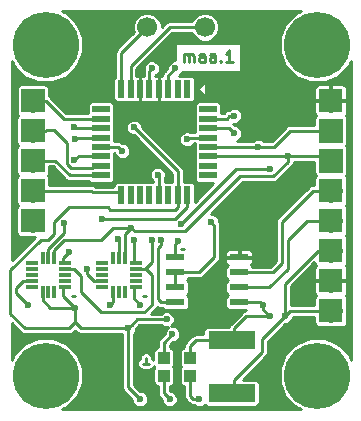
<source format=gbr>
G04 #@! TF.GenerationSoftware,KiCad,Pcbnew,(5.0.0)*
G04 #@! TF.CreationDate,2019-02-01T13:11:41+03:00*
G04 #@! TF.ProjectId,aks,616B732E6B696361645F706362000000,rev?*
G04 #@! TF.SameCoordinates,Original*
G04 #@! TF.FileFunction,Copper,L1,Top,Signal*
G04 #@! TF.FilePolarity,Positive*
%FSLAX46Y46*%
G04 Gerber Fmt 4.6, Leading zero omitted, Abs format (unit mm)*
G04 Created by KiCad (PCBNEW (5.0.0)) date 02/01/19 13:11:41*
%MOMM*%
%LPD*%
G01*
G04 APERTURE LIST*
G04 #@! TA.AperFunction,NonConductor*
%ADD10C,0.250000*%
G04 #@! TD*
G04 #@! TA.AperFunction,SMDPad,CuDef*
%ADD11R,1.000000X1.000000*%
G04 #@! TD*
G04 #@! TA.AperFunction,ComponentPad*
%ADD12C,5.600000*%
G04 #@! TD*
G04 #@! TA.AperFunction,SMDPad,CuDef*
%ADD13R,1.500000X0.550000*%
G04 #@! TD*
G04 #@! TA.AperFunction,SMDPad,CuDef*
%ADD14R,0.550000X1.500000*%
G04 #@! TD*
G04 #@! TA.AperFunction,SMDPad,CuDef*
%ADD15R,4.000000X1.500000*%
G04 #@! TD*
G04 #@! TA.AperFunction,SMDPad,CuDef*
%ADD16R,0.300000X1.000000*%
G04 #@! TD*
G04 #@! TA.AperFunction,SMDPad,CuDef*
%ADD17R,1.000000X0.300000*%
G04 #@! TD*
G04 #@! TA.AperFunction,ComponentPad*
%ADD18C,1.700000*%
G04 #@! TD*
G04 #@! TA.AperFunction,ComponentPad*
%ADD19R,2.000000X2.000000*%
G04 #@! TD*
G04 #@! TA.AperFunction,ComponentPad*
%ADD20C,2.000000*%
G04 #@! TD*
G04 #@! TA.AperFunction,Conductor*
%ADD21C,0.100000*%
G04 #@! TD*
G04 #@! TA.AperFunction,SMDPad,CuDef*
%ADD22R,1.600000X0.600000*%
G04 #@! TD*
G04 #@! TA.AperFunction,SMDPad,CuDef*
%ADD23R,1.560000X0.600000*%
G04 #@! TD*
G04 #@! TA.AperFunction,ViaPad*
%ADD24C,0.600000*%
G04 #@! TD*
G04 #@! TA.AperFunction,Conductor*
%ADD25C,0.250000*%
G04 #@! TD*
G04 APERTURE END LIST*
D10*
X483702380Y-291452380D02*
X483702380Y-290785714D01*
X483702380Y-290880952D02*
X483750000Y-290833333D01*
X483845238Y-290785714D01*
X483988095Y-290785714D01*
X484083333Y-290833333D01*
X484130952Y-290928571D01*
X484130952Y-291452380D01*
X484130952Y-290928571D02*
X484178571Y-290833333D01*
X484273809Y-290785714D01*
X484416666Y-290785714D01*
X484511904Y-290833333D01*
X484559523Y-290928571D01*
X484559523Y-291452380D01*
X485464285Y-291452380D02*
X485464285Y-290928571D01*
X485416666Y-290833333D01*
X485321428Y-290785714D01*
X485130952Y-290785714D01*
X485035714Y-290833333D01*
X485464285Y-291404761D02*
X485369047Y-291452380D01*
X485130952Y-291452380D01*
X485035714Y-291404761D01*
X484988095Y-291309523D01*
X484988095Y-291214285D01*
X485035714Y-291119047D01*
X485130952Y-291071428D01*
X485369047Y-291071428D01*
X485464285Y-291023809D01*
X486369047Y-291452380D02*
X486369047Y-290928571D01*
X486321428Y-290833333D01*
X486226190Y-290785714D01*
X486035714Y-290785714D01*
X485940476Y-290833333D01*
X486369047Y-291404761D02*
X486273809Y-291452380D01*
X486035714Y-291452380D01*
X485940476Y-291404761D01*
X485892857Y-291309523D01*
X485892857Y-291214285D01*
X485940476Y-291119047D01*
X486035714Y-291071428D01*
X486273809Y-291071428D01*
X486369047Y-291023809D01*
X486845238Y-291357142D02*
X486892857Y-291404761D01*
X486845238Y-291452380D01*
X486797619Y-291404761D01*
X486845238Y-291357142D01*
X486845238Y-291452380D01*
X487845238Y-291452380D02*
X487273809Y-291452380D01*
X487559523Y-291452380D02*
X487559523Y-290452380D01*
X487464285Y-290595238D01*
X487369047Y-290690476D01*
X487273809Y-290738095D01*
D11*
G04 #@! TO.P,HL2,1*
G04 #@! TO.N,Net-(HL2-Pad1)*
X484250000Y-318000000D03*
G04 #@! TO.P,HL2,2*
G04 #@! TO.N,GND*
X484250000Y-316500000D03*
G04 #@! TD*
D12*
G04 #@! TO.P,M3,*
G04 #@! TO.N,*
X472000000Y-318000000D03*
G04 #@! TD*
G04 #@! TO.P,M3,*
G04 #@! TO.N,*
X495000000Y-290000000D03*
G04 #@! TD*
G04 #@! TO.P,M3,*
G04 #@! TO.N,*
X472000000Y-290000000D03*
G04 #@! TD*
G04 #@! TO.P,M3,*
G04 #@! TO.N,*
X495000000Y-318000000D03*
G04 #@! TD*
D13*
G04 #@! TO.P,DD2,32*
G04 #@! TO.N,Net-(DD2-Pad32)*
X485750000Y-295450000D03*
G04 #@! TO.P,DD2,31*
G04 #@! TO.N,TX*
X485750000Y-296250000D03*
G04 #@! TO.P,DD2,30*
G04 #@! TO.N,RX*
X485750000Y-297050000D03*
G04 #@! TO.P,DD2,29*
G04 #@! TO.N,reset*
X485750000Y-297850000D03*
G04 #@! TO.P,DD2,28*
G04 #@! TO.N,SCL*
X485750000Y-298650000D03*
G04 #@! TO.P,DD2,27*
G04 #@! TO.N,SDA*
X485750000Y-299450000D03*
G04 #@! TO.P,DD2,26*
G04 #@! TO.N,Net-(DD2-Pad26)*
X485750000Y-300250000D03*
G04 #@! TO.P,DD2,25*
G04 #@! TO.N,Net-(DD2-Pad25)*
X485750000Y-301050000D03*
D14*
G04 #@! TO.P,DD2,24*
G04 #@! TO.N,Net-(DD2-Pad24)*
X484000000Y-302750000D03*
G04 #@! TO.P,DD2,23*
G04 #@! TO.N,VCC*
X483200000Y-302750000D03*
G04 #@! TO.P,DD2,22*
G04 #@! TO.N,Net-(DD2-Pad22)*
X482400000Y-302750000D03*
G04 #@! TO.P,DD2,21*
G04 #@! TO.N,GND*
X481600000Y-302750000D03*
G04 #@! TO.P,DD2,20*
G04 #@! TO.N,Net-(DD2-Pad20)*
X480800000Y-302750000D03*
G04 #@! TO.P,DD2,19*
G04 #@! TO.N,Net-(DD2-Pad19)*
X480000000Y-302750000D03*
G04 #@! TO.P,DD2,18*
G04 #@! TO.N,Net-(DD2-Pad18)*
X479200000Y-302750000D03*
G04 #@! TO.P,DD2,17*
G04 #@! TO.N,SCK*
X478400000Y-302750000D03*
D13*
G04 #@! TO.P,DD2,16*
G04 #@! TO.N,MISO*
X476700000Y-301050000D03*
G04 #@! TO.P,DD2,15*
G04 #@! TO.N,MOSI*
X476700000Y-300250000D03*
G04 #@! TO.P,DD2,14*
G04 #@! TO.N,PB2*
X476700000Y-299450000D03*
G04 #@! TO.P,DD2,13*
G04 #@! TO.N,EN*
X476700000Y-298650000D03*
G04 #@! TO.P,DD2,12*
G04 #@! TO.N,HL1*
X476700000Y-297850000D03*
G04 #@! TO.P,DD2,11*
G04 #@! TO.N,PD7*
X476700000Y-297050000D03*
G04 #@! TO.P,DD2,10*
G04 #@! TO.N,EN1*
X476700000Y-296250000D03*
G04 #@! TO.P,DD2,9*
G04 #@! TO.N,Net-(DD2-Pad9)*
X476700000Y-295450000D03*
D14*
G04 #@! TO.P,DD2,8*
G04 #@! TO.N,Net-(C2-Pad2)*
X478400000Y-293750000D03*
G04 #@! TO.P,DD2,7*
G04 #@! TO.N,Net-(C1-Pad2)*
X479200000Y-293750000D03*
G04 #@! TO.P,DD2,6*
G04 #@! TO.N,Ep*
X480000000Y-293750000D03*
G04 #@! TO.P,DD2,5*
G04 #@! TO.N,GND*
X480800000Y-293750000D03*
G04 #@! TO.P,DD2,4*
G04 #@! TO.N,Ep*
X481600000Y-293750000D03*
G04 #@! TO.P,DD2,3*
G04 #@! TO.N,GND*
X482400000Y-293750000D03*
G04 #@! TO.P,DD2,2*
G04 #@! TO.N,Net-(DD2-Pad2)*
X483200000Y-293750000D03*
G04 #@! TO.P,DD2,1*
G04 #@! TO.N,Net-(DD2-Pad1)*
X484000000Y-293750000D03*
G04 #@! TD*
D15*
G04 #@! TO.P,FU1,1*
G04 #@! TO.N,GND*
X487750000Y-315000000D03*
G04 #@! TO.P,FU1,2*
G04 #@! TO.N,GND_in*
X487750000Y-319500000D03*
G04 #@! TD*
D16*
G04 #@! TO.P,DD3,7*
G04 #@! TO.N,PB2*
X478225000Y-308075000D03*
G04 #@! TO.P,DD3,6*
G04 #@! TO.N,SDA*
X478725000Y-308075000D03*
G04 #@! TO.P,DD3,8*
G04 #@! TO.N,Net-(DD3-Pad8)*
X477725000Y-308075000D03*
D17*
G04 #@! TO.P,DD3,3*
G04 #@! TO.N,Net-(DD3-Pad3)*
X479650000Y-309500000D03*
G04 #@! TO.P,DD3,2*
G04 #@! TO.N,Net-(DD3-Pad2)*
X479650000Y-310000000D03*
G04 #@! TO.P,DD3,1*
G04 #@! TO.N,VCC*
X479650000Y-310500000D03*
G04 #@! TO.P,DD3,4*
G04 #@! TO.N,SCL*
X479650000Y-309000000D03*
G04 #@! TO.P,DD3,5*
G04 #@! TO.N,GND*
X479650000Y-308500000D03*
G04 #@! TO.P,DD3,9*
G04 #@! TO.N,Net-(DD3-Pad9)*
X476800000Y-308500000D03*
G04 #@! TO.P,DD3,10*
G04 #@! TO.N,Net-(DD3-Pad10)*
X476800000Y-309000000D03*
G04 #@! TO.P,DD3,11*
G04 #@! TO.N,Net-(DD3-Pad11)*
X476800000Y-309500000D03*
G04 #@! TO.P,DD3,12*
G04 #@! TO.N,GND*
X476800000Y-310000000D03*
G04 #@! TO.P,DD3,13*
G04 #@! TO.N,Net-(DD3-Pad13)*
X476800000Y-310500000D03*
D16*
G04 #@! TO.P,DD3,14*
G04 #@! TO.N,VCC*
X477725000Y-310900000D03*
G04 #@! TO.P,DD3,15*
G04 #@! TO.N,Net-(DD3-Pad15)*
X478225000Y-310900000D03*
G04 #@! TO.P,DD3,16*
G04 #@! TO.N,Net-(DD3-Pad16)*
X478725000Y-310900000D03*
G04 #@! TD*
D18*
G04 #@! TO.P,ZQ1,2*
G04 #@! TO.N,Net-(C2-Pad2)*
X480600000Y-288500000D03*
G04 #@! TO.P,ZQ1,1*
G04 #@! TO.N,Net-(C1-Pad2)*
X485500000Y-288500000D03*
G04 #@! TD*
D19*
G04 #@! TO.P,XS9,1*
G04 #@! TO.N,SCL*
X496140000Y-297260000D03*
G04 #@! TD*
G04 #@! TO.P,XS10,1*
G04 #@! TO.N,SDA*
X496140000Y-299800000D03*
G04 #@! TD*
D11*
G04 #@! TO.P,HL1,2*
G04 #@! TO.N,GND*
X482000000Y-316500000D03*
G04 #@! TO.P,HL1,1*
G04 #@! TO.N,Net-(HL1-Pad1)*
X482000000Y-318000000D03*
G04 #@! TD*
D20*
G04 #@! TO.P,XS1,1*
G04 #@! TO.N,Ep*
X496140000Y-309960000D03*
D21*
G04 #@! TD*
G04 #@! TO.N,Ep*
G04 #@! TO.C,XS1*
G36*
X495140000Y-310960000D02*
X495140000Y-308960000D01*
X497140000Y-308960000D01*
X497140000Y-310960000D01*
X495140000Y-310960000D01*
X495140000Y-310960000D01*
G37*
D20*
G04 #@! TO.P,XS2,1*
G04 #@! TO.N,GND_in*
X496140000Y-307430000D03*
D21*
G04 #@! TD*
G04 #@! TO.N,GND_in*
G04 #@! TO.C,XS2*
G36*
X495140000Y-308430000D02*
X495140000Y-306430000D01*
X497140000Y-306430000D01*
X497140000Y-308430000D01*
X495140000Y-308430000D01*
X495140000Y-308430000D01*
G37*
D20*
G04 #@! TO.P,XS3,1*
G04 #@! TO.N,MOSI*
X470920000Y-297260000D03*
D21*
G04 #@! TD*
G04 #@! TO.N,MOSI*
G04 #@! TO.C,XS3*
G36*
X469920000Y-298260000D02*
X469920000Y-296260000D01*
X471920000Y-296260000D01*
X471920000Y-298260000D01*
X469920000Y-298260000D01*
X469920000Y-298260000D01*
G37*
D20*
G04 #@! TO.P,XS4,1*
G04 #@! TO.N,MISO*
X470920000Y-299800000D03*
D21*
G04 #@! TD*
G04 #@! TO.N,MISO*
G04 #@! TO.C,XS4*
G36*
X469920000Y-300800000D02*
X469920000Y-298800000D01*
X471920000Y-298800000D01*
X471920000Y-300800000D01*
X469920000Y-300800000D01*
X469920000Y-300800000D01*
G37*
D20*
G04 #@! TO.P,XS5,1*
G04 #@! TO.N,SCK*
X470920000Y-302340000D03*
D21*
G04 #@! TD*
G04 #@! TO.N,SCK*
G04 #@! TO.C,XS5*
G36*
X469920000Y-303340000D02*
X469920000Y-301340000D01*
X471920000Y-301340000D01*
X471920000Y-303340000D01*
X469920000Y-303340000D01*
X469920000Y-303340000D01*
G37*
D20*
G04 #@! TO.P,XS6,1*
G04 #@! TO.N,A*
X496140000Y-304880000D03*
D21*
G04 #@! TD*
G04 #@! TO.N,A*
G04 #@! TO.C,XS6*
G36*
X495140000Y-305880000D02*
X495140000Y-303880000D01*
X497140000Y-303880000D01*
X497140000Y-305880000D01*
X495140000Y-305880000D01*
X495140000Y-305880000D01*
G37*
D20*
G04 #@! TO.P,XS7,1*
G04 #@! TO.N,B*
X496140000Y-302340000D03*
D21*
G04 #@! TD*
G04 #@! TO.N,B*
G04 #@! TO.C,XS7*
G36*
X495140000Y-303340000D02*
X495140000Y-301340000D01*
X497140000Y-301340000D01*
X497140000Y-303340000D01*
X495140000Y-303340000D01*
X495140000Y-303340000D01*
G37*
D20*
G04 #@! TO.P,XS8,1*
G04 #@! TO.N,reset*
X470920000Y-304880000D03*
D21*
G04 #@! TD*
G04 #@! TO.N,reset*
G04 #@! TO.C,XS8*
G36*
X469920000Y-305880000D02*
X469920000Y-303880000D01*
X471920000Y-303880000D01*
X471920000Y-305880000D01*
X469920000Y-305880000D01*
X469920000Y-305880000D01*
G37*
D22*
G04 #@! TO.P,DD1,8*
G04 #@! TO.N,Ep*
X488400000Y-308000000D03*
G04 #@! TO.P,DD1,7*
G04 #@! TO.N,B*
X488400000Y-309270000D03*
G04 #@! TO.P,DD1,6*
G04 #@! TO.N,A*
X488400000Y-310540000D03*
G04 #@! TO.P,DD1,5*
G04 #@! TO.N,GND*
X488400000Y-311810000D03*
D23*
G04 #@! TO.P,DD1,4*
G04 #@! TO.N,Net-(DD1-Pad4)*
X483000000Y-311810000D03*
D22*
G04 #@! TO.P,DD1,3*
G04 #@! TO.N,EN*
X483000000Y-310540000D03*
D23*
G04 #@! TO.P,DD1,2*
X483000000Y-309270000D03*
D22*
G04 #@! TO.P,DD1,1*
G04 #@! TO.N,Net-(DD1-Pad1)*
X483000000Y-308000000D03*
G04 #@! TD*
D16*
G04 #@! TO.P,DD4,16*
G04 #@! TO.N,Net-(DD4-Pad16)*
X472750000Y-310900000D03*
G04 #@! TO.P,DD4,15*
G04 #@! TO.N,Net-(DD4-Pad15)*
X472250000Y-310900000D03*
G04 #@! TO.P,DD4,14*
G04 #@! TO.N,VCC*
X471750000Y-310900000D03*
D17*
G04 #@! TO.P,DD4,13*
G04 #@! TO.N,Net-(DD4-Pad13)*
X470825000Y-310500000D03*
G04 #@! TO.P,DD4,12*
G04 #@! TO.N,GND*
X470825000Y-310000000D03*
G04 #@! TO.P,DD4,11*
G04 #@! TO.N,Net-(DD4-Pad11)*
X470825000Y-309500000D03*
G04 #@! TO.P,DD4,10*
G04 #@! TO.N,Net-(DD4-Pad10)*
X470825000Y-309000000D03*
G04 #@! TO.P,DD4,9*
G04 #@! TO.N,Net-(DD4-Pad9)*
X470825000Y-308500000D03*
G04 #@! TO.P,DD4,5*
G04 #@! TO.N,GND*
X473675000Y-308500000D03*
G04 #@! TO.P,DD4,4*
G04 #@! TO.N,SCL*
X473675000Y-309000000D03*
G04 #@! TO.P,DD4,1*
G04 #@! TO.N,VCC*
X473675000Y-310500000D03*
G04 #@! TO.P,DD4,2*
G04 #@! TO.N,Net-(DD4-Pad2)*
X473675000Y-310000000D03*
G04 #@! TO.P,DD4,3*
G04 #@! TO.N,Net-(DD4-Pad3)*
X473675000Y-309500000D03*
D16*
G04 #@! TO.P,DD4,8*
G04 #@! TO.N,Net-(DD4-Pad8)*
X471750000Y-308075000D03*
G04 #@! TO.P,DD4,6*
G04 #@! TO.N,SDA*
X472750000Y-308075000D03*
G04 #@! TO.P,DD4,7*
G04 #@! TO.N,PD7*
X472250000Y-308075000D03*
G04 #@! TD*
D20*
G04 #@! TO.P,XS11,1*
G04 #@! TO.N,EN1*
X470930000Y-294720000D03*
D21*
G04 #@! TD*
G04 #@! TO.N,EN1*
G04 #@! TO.C,XS11*
G36*
X469930000Y-295720000D02*
X469930000Y-293720000D01*
X471930000Y-293720000D01*
X471930000Y-295720000D01*
X469930000Y-295720000D01*
X469930000Y-295720000D01*
G37*
D20*
G04 #@! TO.P,XS12,1*
G04 #@! TO.N,Ep*
X496140000Y-294720000D03*
D21*
G04 #@! TD*
G04 #@! TO.N,Ep*
G04 #@! TO.C,XS12*
G36*
X495140000Y-295720000D02*
X495140000Y-293720000D01*
X497140000Y-293720000D01*
X497140000Y-295720000D01*
X495140000Y-295720000D01*
X495140000Y-295720000D01*
G37*
D20*
G04 #@! TO.P,XS13,1*
G04 #@! TO.N,GND_in*
X496140000Y-312510000D03*
D21*
G04 #@! TD*
G04 #@! TO.N,GND_in*
G04 #@! TO.C,XS13*
G36*
X495140000Y-313510000D02*
X495140000Y-311510000D01*
X497140000Y-311510000D01*
X497140000Y-313510000D01*
X495140000Y-313510000D01*
X495140000Y-313510000D01*
G37*
D24*
G04 #@! TO.N,GND*
X474000000Y-307500000D03*
X470500000Y-312000000D03*
X475500000Y-309000000D03*
X481500000Y-301000000D03*
X479500000Y-306500000D03*
X483000000Y-292000000D03*
X481000000Y-292000000D03*
X482750000Y-314500000D03*
X491000000Y-313000000D03*
X490433051Y-312066949D03*
G04 #@! TO.N,Net-(DD1-Pad4)*
X481800013Y-306500000D03*
G04 #@! TO.N,EN*
X478500000Y-299000000D03*
X486000000Y-305000000D03*
G04 #@! TO.N,Net-(DD1-Pad1)*
X483254454Y-306629444D03*
G04 #@! TO.N,HL1*
X474500000Y-298000000D03*
G04 #@! TO.N,Net-(DD2-Pad24)*
X476750000Y-304750000D03*
G04 #@! TO.N,SDA*
X492500000Y-299450000D03*
X479252376Y-305498088D03*
G04 #@! TO.N,SCL*
X490000000Y-298650000D03*
X481000000Y-306500000D03*
X491000000Y-300500000D03*
X483479707Y-305154191D03*
G04 #@! TO.N,RX*
X488000000Y-297500000D03*
G04 #@! TO.N,TX*
X488000000Y-296000000D03*
G04 #@! TO.N,Net-(HL1-Pad1)*
X482500000Y-320000000D03*
G04 #@! TO.N,Net-(HL2-Pad1)*
X485000000Y-320000000D03*
G04 #@! TO.N,reset*
X484000000Y-298000000D03*
G04 #@! TO.N,Ep*
X491000000Y-308000000D03*
X476500000Y-292500000D03*
X490000000Y-293500000D03*
X494500000Y-295000000D03*
X486500000Y-313250000D03*
G04 #@! TO.N,VCC*
X480000000Y-320000000D03*
X479500000Y-297000000D03*
X477500000Y-312000000D03*
X479000000Y-314000000D03*
X480000000Y-312000000D03*
X482250000Y-313250000D03*
X474500000Y-312250000D03*
G04 #@! TO.N,PD7*
X474434306Y-296934306D03*
X473571785Y-305071749D03*
G04 #@! TO.N,PB2*
X474442928Y-299783389D03*
X478099990Y-306458568D03*
G04 #@! TO.N,GND_in*
X492250000Y-313000000D03*
G04 #@! TD*
D25*
G04 #@! TO.N,*
X480250000Y-311250000D02*
X480500000Y-311250000D01*
X474250000Y-311250000D02*
X474500000Y-311250000D01*
X483500000Y-307250000D02*
X483750000Y-307250000D01*
X480500000Y-316500000D02*
X480500000Y-317000000D01*
X480500000Y-317000000D02*
X480250000Y-317000000D01*
X480250000Y-317000000D02*
X480750000Y-317000000D01*
G04 #@! TO.N,Net-(C1-Pad2)*
X485500000Y-288500000D02*
X482500000Y-288500000D01*
X479200000Y-291800000D02*
X479200000Y-294000000D01*
X482500000Y-288500000D02*
X479200000Y-291800000D01*
G04 #@! TO.N,GND*
X473475000Y-308500000D02*
X473475000Y-308025000D01*
X473475000Y-308025000D02*
X474000000Y-307500000D01*
X470089998Y-310000000D02*
X469500000Y-310589998D01*
X471025000Y-310000000D02*
X470089998Y-310000000D01*
X469500000Y-310589998D02*
X469500000Y-311000000D01*
X469500000Y-311000000D02*
X470500000Y-312000000D01*
X475500000Y-309435002D02*
X475500000Y-309000000D01*
X477000000Y-310000000D02*
X476064998Y-310000000D01*
X476064998Y-310000000D02*
X475500000Y-309435002D01*
X481600000Y-302500000D02*
X481600000Y-301100000D01*
X481600000Y-301100000D02*
X481500000Y-301000000D01*
X482400000Y-293100000D02*
X482400000Y-294000000D01*
X482400000Y-292600000D02*
X483000000Y-292000000D01*
X482400000Y-293750000D02*
X482400000Y-292600000D01*
X480800000Y-292700000D02*
X480800000Y-294000000D01*
X480800000Y-292200000D02*
X481000000Y-292000000D01*
X480800000Y-293750000D02*
X480800000Y-292200000D01*
X482000000Y-315250000D02*
X482750000Y-314500000D01*
X482000000Y-316500000D02*
X482000000Y-315250000D01*
X479450000Y-306550000D02*
X479500000Y-306500000D01*
X479450000Y-308500000D02*
X479450000Y-306550000D01*
X491000000Y-313000000D02*
X489000000Y-313000000D01*
X488000000Y-314000000D02*
X488000000Y-315000000D01*
X489000000Y-313000000D02*
X488000000Y-314000000D01*
X488000000Y-315000000D02*
X484750000Y-315000000D01*
X484250000Y-315500000D02*
X484250000Y-316500000D01*
X484750000Y-315000000D02*
X484250000Y-315500000D01*
X491000000Y-313000000D02*
X490433051Y-312433051D01*
X490433051Y-312433051D02*
X490433051Y-312066949D01*
X490176102Y-311810000D02*
X490433051Y-312066949D01*
X488400000Y-311810000D02*
X490176102Y-311810000D01*
G04 #@! TO.N,Net-(C2-Pad2)*
X478400000Y-290700000D02*
X480600000Y-288500000D01*
X478400000Y-294000000D02*
X478400000Y-290700000D01*
G04 #@! TO.N,A*
X488400000Y-310540000D02*
X490960000Y-310540000D01*
X490960000Y-310540000D02*
X492500000Y-309000000D01*
X492500000Y-309000000D02*
X492500000Y-306500000D01*
X494120000Y-304880000D02*
X496140000Y-304880000D01*
X492500000Y-306500000D02*
X494120000Y-304880000D01*
G04 #@! TO.N,B*
X496140000Y-302340000D02*
X494660000Y-302340000D01*
X494660000Y-302340000D02*
X492000000Y-305000000D01*
X492000000Y-305000000D02*
X492000000Y-308500000D01*
X491230000Y-309270000D02*
X488400000Y-309270000D01*
X492000000Y-308500000D02*
X491230000Y-309270000D01*
G04 #@! TO.N,Net-(DD1-Pad4)*
X481800013Y-306924264D02*
X481800013Y-306500000D01*
X481500000Y-307224277D02*
X481800013Y-306924264D01*
X481500000Y-311500000D02*
X481500000Y-307224277D01*
X483000000Y-311810000D02*
X481810000Y-311810000D01*
X481810000Y-311810000D02*
X481500000Y-311500000D01*
G04 #@! TO.N,EN*
X483000000Y-310540000D02*
X483000000Y-309270000D01*
X478150000Y-298650000D02*
X478500000Y-299000000D01*
X476950000Y-298650000D02*
X478150000Y-298650000D01*
X486000000Y-305000000D02*
X486299999Y-305299999D01*
X486299999Y-307970001D02*
X485000000Y-309270000D01*
X486299999Y-305299999D02*
X486299999Y-307970001D01*
X483000000Y-309270000D02*
X485000000Y-309270000D01*
G04 #@! TO.N,Net-(DD1-Pad1)*
X483000000Y-308000000D02*
X483000000Y-306883898D01*
X483000000Y-306883898D02*
X483254454Y-306629444D01*
G04 #@! TO.N,HL1*
X475967092Y-297850000D02*
X476950000Y-297850000D01*
X474650000Y-297850000D02*
X474500000Y-298000000D01*
X476700000Y-297850000D02*
X474650000Y-297850000D01*
G04 #@! TO.N,MOSI*
X476100000Y-300250000D02*
X476950000Y-300250000D01*
X473817926Y-300083391D02*
X474142926Y-300408391D01*
X474142926Y-300408391D02*
X475941609Y-300408391D01*
X475941609Y-300408391D02*
X476100000Y-300250000D01*
X472020000Y-297260000D02*
X472030000Y-297250000D01*
X470920000Y-297260000D02*
X472020000Y-297260000D01*
X472030000Y-297250000D02*
X472750000Y-297250000D01*
X473817926Y-298317926D02*
X473817926Y-298750000D01*
X472750000Y-297250000D02*
X473817926Y-298317926D01*
X473817926Y-298750000D02*
X473817926Y-300083391D01*
G04 #@! TO.N,MISO*
X474050000Y-301050000D02*
X474500000Y-301050000D01*
X476950000Y-301050000D02*
X474500000Y-301050000D01*
X472800000Y-299800000D02*
X474050000Y-301050000D01*
X470920000Y-299800000D02*
X472800000Y-299800000D01*
G04 #@! TO.N,SCK*
X475840000Y-302340000D02*
X476000000Y-302500000D01*
X470920000Y-302340000D02*
X475840000Y-302340000D01*
X478400000Y-302500000D02*
X476000000Y-302500000D01*
G04 #@! TO.N,Net-(DD2-Pad24)*
X484000000Y-302500000D02*
X484000000Y-303350000D01*
X484000000Y-303750000D02*
X484000000Y-302750000D01*
X483000000Y-304750000D02*
X484000000Y-303750000D01*
X476750000Y-304750000D02*
X483000000Y-304750000D01*
G04 #@! TO.N,SDA*
X495790000Y-299450000D02*
X496140000Y-299800000D01*
X492500000Y-299450000D02*
X495790000Y-299450000D01*
X478725000Y-306025464D02*
X479252376Y-305498088D01*
X478725000Y-308275000D02*
X478725000Y-306025464D01*
X492500000Y-299874264D02*
X492500000Y-299450000D01*
X479252376Y-305498088D02*
X479552375Y-305798087D01*
X479552375Y-305798087D02*
X483826915Y-305798087D01*
X483826915Y-305798087D02*
X488500000Y-301125002D01*
X488500000Y-301125002D02*
X491300002Y-301125002D01*
X491300002Y-301125002D02*
X492500000Y-299925004D01*
X492500000Y-299925004D02*
X492500000Y-299874264D01*
X490000000Y-299450000D02*
X492500000Y-299450000D01*
X485500000Y-299450000D02*
X490000000Y-299450000D01*
X477750000Y-305498088D02*
X478828112Y-305498088D01*
X478828112Y-305498088D02*
X479252376Y-305498088D01*
X476689186Y-306558902D02*
X477750000Y-305498088D01*
X473577508Y-306558902D02*
X476689186Y-306558902D01*
X472750000Y-307386410D02*
X473577508Y-306558902D01*
X472750000Y-308275000D02*
X472750000Y-307386410D01*
G04 #@! TO.N,SCL*
X492740000Y-297260000D02*
X496140000Y-297260000D01*
X491350000Y-298650000D02*
X492740000Y-297260000D01*
X485500000Y-298650000D02*
X490000000Y-298650000D01*
X490000000Y-298650000D02*
X491350000Y-298650000D01*
X480385002Y-309000000D02*
X481000000Y-308385002D01*
X479450000Y-309000000D02*
X480385002Y-309000000D01*
X481000000Y-308385002D02*
X481000000Y-306500000D01*
X476699998Y-312625002D02*
X480374998Y-312625002D01*
X473475000Y-309000000D02*
X474410002Y-309000000D01*
X475000000Y-310925004D02*
X476699998Y-312625002D01*
X481000000Y-312000000D02*
X481000000Y-309500000D01*
X480500000Y-309000000D02*
X479450000Y-309000000D01*
X481000000Y-309500000D02*
X480500000Y-309000000D01*
X480374998Y-312625002D02*
X481000000Y-312000000D01*
X475000000Y-309589998D02*
X475000000Y-310925004D01*
X474410002Y-309000000D02*
X475000000Y-309589998D01*
X483779706Y-304854192D02*
X483479707Y-305154191D01*
X491000000Y-300500000D02*
X488133898Y-300500000D01*
X488133898Y-300500000D02*
X483779706Y-304854192D01*
G04 #@! TO.N,RX*
X487550000Y-297050000D02*
X485500000Y-297050000D01*
X488000000Y-297500000D02*
X487550000Y-297050000D01*
G04 #@! TO.N,TX*
X486350000Y-296250000D02*
X485500000Y-296250000D01*
X487325736Y-296250000D02*
X486350000Y-296250000D01*
X487575736Y-296000000D02*
X487325736Y-296250000D01*
X488000000Y-296000000D02*
X487575736Y-296000000D01*
G04 #@! TO.N,Net-(HL1-Pad1)*
X482000000Y-319500000D02*
X482500000Y-320000000D01*
X482000000Y-318000000D02*
X482000000Y-319500000D01*
G04 #@! TO.N,Net-(HL2-Pad1)*
X485000000Y-320000000D02*
X484500000Y-320000000D01*
X484250000Y-319750000D02*
X484250000Y-318000000D01*
X484500000Y-320000000D02*
X484250000Y-319750000D01*
G04 #@! TO.N,reset*
X484150000Y-297850000D02*
X484000000Y-298000000D01*
X485500000Y-297850000D02*
X484150000Y-297850000D01*
G04 #@! TO.N,Ep*
X488400000Y-308000000D02*
X491000000Y-308000000D01*
G04 #@! TO.N,VCC*
X477725000Y-311775000D02*
X477500000Y-312000000D01*
X477725000Y-310700000D02*
X477725000Y-311775000D01*
X479299999Y-313700001D02*
X479000000Y-314000000D01*
X479750000Y-313250000D02*
X479299999Y-313700001D01*
X482250000Y-313250000D02*
X479750000Y-313250000D01*
X479000000Y-319000000D02*
X479000000Y-314000000D01*
X480000000Y-320000000D02*
X479000000Y-319000000D01*
X476250000Y-314000000D02*
X477000000Y-314000000D01*
X477000000Y-314000000D02*
X479000000Y-314000000D01*
X474500000Y-313500000D02*
X475000000Y-314000000D01*
X475000000Y-314000000D02*
X477000000Y-314000000D01*
X483200000Y-300700000D02*
X479500000Y-297000000D01*
X483200000Y-302750000D02*
X483200000Y-300700000D01*
X479450000Y-311450000D02*
X480000000Y-312000000D01*
X479450000Y-310500000D02*
X479450000Y-311450000D01*
X483200000Y-303750000D02*
X483200000Y-302750000D01*
X482950000Y-304000000D02*
X483200000Y-303750000D01*
X477500000Y-304000000D02*
X482950000Y-304000000D01*
X474009636Y-303750000D02*
X477250000Y-303750000D01*
X472759636Y-305000000D02*
X474009636Y-303750000D01*
X472250000Y-306500000D02*
X472759636Y-305990364D01*
X474500000Y-313500000D02*
X474000000Y-314000000D01*
X474000000Y-314000000D02*
X470250000Y-314000000D01*
X472759636Y-305990364D02*
X472759636Y-305000000D01*
X470250000Y-314000000D02*
X469000000Y-312750000D01*
X477250000Y-303750000D02*
X477500000Y-304000000D01*
X469000000Y-312750000D02*
X469000000Y-309089998D01*
X469000000Y-309089998D02*
X471589998Y-306500000D01*
X471589998Y-306500000D02*
X472250000Y-306500000D01*
X474500000Y-312250000D02*
X474500000Y-313500000D01*
X471750000Y-311635002D02*
X471750000Y-310700000D01*
X474500000Y-312250000D02*
X472364998Y-312250000D01*
X472364998Y-312250000D02*
X471750000Y-311635002D01*
X473475000Y-311225000D02*
X474500000Y-312250000D01*
X473475000Y-310500000D02*
X473475000Y-311225000D01*
G04 #@! TO.N,PD7*
X476950000Y-297050000D02*
X476100000Y-297050000D01*
X474550000Y-297050000D02*
X474434306Y-296934306D01*
X476700000Y-297050000D02*
X474550000Y-297050000D01*
X472250000Y-308275000D02*
X472250000Y-307250000D01*
X472250000Y-307250000D02*
X473571785Y-305928215D01*
X473571785Y-305928215D02*
X473571785Y-305071749D01*
G04 #@! TO.N,PB2*
X474742927Y-299483390D02*
X474442928Y-299783389D01*
X474776317Y-299450000D02*
X474742927Y-299483390D01*
X476950000Y-299450000D02*
X474776317Y-299450000D01*
X478225000Y-306583578D02*
X478099990Y-306458568D01*
X478225000Y-308275000D02*
X478225000Y-306583578D01*
G04 #@! TO.N,GND_in*
X488000000Y-318338998D02*
X488000000Y-319500000D01*
X490338998Y-314911002D02*
X490750000Y-314500000D01*
X490338998Y-316000000D02*
X490338998Y-314911002D01*
X492250000Y-313000000D02*
X490750000Y-314500000D01*
X490338998Y-316000000D02*
X488000000Y-318338998D01*
X492740000Y-312510000D02*
X492250000Y-313000000D01*
X496140000Y-312510000D02*
X492740000Y-312510000D01*
X492250000Y-312575736D02*
X492250000Y-313000000D01*
X492250000Y-310220000D02*
X492250000Y-312575736D01*
X495040000Y-307430000D02*
X492250000Y-310220000D01*
X496140000Y-307430000D02*
X495040000Y-307430000D01*
G04 #@! TO.N,EN1*
X475700000Y-296250000D02*
X476700000Y-296250000D01*
X473560000Y-296250000D02*
X475700000Y-296250000D01*
X472030000Y-294720000D02*
X473560000Y-296250000D01*
X470930000Y-294720000D02*
X472030000Y-294720000D01*
G04 #@! TD*
G04 #@! TO.N,Ep*
G36*
X493201507Y-287308365D02*
X492308365Y-288201507D01*
X491825000Y-289368453D01*
X491825000Y-290631547D01*
X492308365Y-291798493D01*
X493201507Y-292691635D01*
X494368453Y-293175000D01*
X495631547Y-293175000D01*
X496798493Y-292691635D01*
X497691635Y-291798493D01*
X497875000Y-291355811D01*
X497875000Y-316644189D01*
X497691635Y-316201507D01*
X496798493Y-315308365D01*
X495631547Y-314825000D01*
X494368453Y-314825000D01*
X493201507Y-315308365D01*
X492308365Y-316201507D01*
X491825000Y-317368453D01*
X491825000Y-318631547D01*
X492308365Y-319798493D01*
X493201507Y-320691635D01*
X493644189Y-320875000D01*
X473355811Y-320875000D01*
X473798493Y-320691635D01*
X474691635Y-319798493D01*
X475175000Y-318631547D01*
X475175000Y-317368453D01*
X474691635Y-316201507D01*
X473798493Y-315308365D01*
X472631547Y-314825000D01*
X471368453Y-314825000D01*
X470201507Y-315308365D01*
X469308365Y-316201507D01*
X469125000Y-316644189D01*
X469125000Y-313582106D01*
X469861625Y-314318732D01*
X469889520Y-314360480D01*
X469950473Y-314401207D01*
X470054909Y-314470989D01*
X470250000Y-314509795D01*
X470299243Y-314500000D01*
X473950759Y-314500000D01*
X474000000Y-314509795D01*
X474049241Y-314500000D01*
X474049243Y-314500000D01*
X474195090Y-314470989D01*
X474360480Y-314360480D01*
X474388376Y-314318730D01*
X474500000Y-314207107D01*
X474611625Y-314318732D01*
X474639520Y-314360480D01*
X474758551Y-314440013D01*
X474804910Y-314470989D01*
X475000000Y-314509795D01*
X475049243Y-314500000D01*
X478500001Y-314500000D01*
X478500000Y-318950759D01*
X478490205Y-319000000D01*
X478500000Y-319049241D01*
X478500000Y-319049242D01*
X478529011Y-319195089D01*
X478639520Y-319360480D01*
X478681270Y-319388376D01*
X479325000Y-320032107D01*
X479325000Y-320134266D01*
X479427763Y-320382357D01*
X479617643Y-320572237D01*
X479865734Y-320675000D01*
X480134266Y-320675000D01*
X480382357Y-320572237D01*
X480572237Y-320382357D01*
X480675000Y-320134266D01*
X480675000Y-319865734D01*
X480572237Y-319617643D01*
X480382357Y-319427763D01*
X480134266Y-319325000D01*
X480032107Y-319325000D01*
X479500000Y-318792894D01*
X479500000Y-314454594D01*
X479572237Y-314382357D01*
X479675000Y-314134266D01*
X479675000Y-314032106D01*
X479957106Y-313750000D01*
X481795406Y-313750000D01*
X481867643Y-313822237D01*
X482115734Y-313925000D01*
X482374313Y-313925000D01*
X482367643Y-313927763D01*
X482177763Y-314117643D01*
X482075000Y-314365734D01*
X482075000Y-314467893D01*
X481681268Y-314861626D01*
X481639521Y-314889520D01*
X481611627Y-314931267D01*
X481529012Y-315054910D01*
X481490205Y-315250000D01*
X481500001Y-315299246D01*
X481500001Y-315617654D01*
X481500000Y-315617654D01*
X481353683Y-315646758D01*
X481229641Y-315729641D01*
X481146758Y-315853683D01*
X481117654Y-316000000D01*
X481117654Y-316650257D01*
X481110480Y-316639520D01*
X481000000Y-316565700D01*
X481000000Y-316450757D01*
X480970989Y-316304910D01*
X480860480Y-316139520D01*
X480695089Y-316029011D01*
X480500000Y-315990205D01*
X480304910Y-316029011D01*
X480139520Y-316139520D01*
X480029011Y-316304911D01*
X480000000Y-316450758D01*
X480000000Y-316565700D01*
X479889520Y-316639520D01*
X479779011Y-316804910D01*
X479740205Y-317000000D01*
X479779011Y-317195090D01*
X479889520Y-317360480D01*
X480054910Y-317470989D01*
X480200757Y-317500000D01*
X480450758Y-317500000D01*
X480500000Y-317509795D01*
X480549243Y-317500000D01*
X480799243Y-317500000D01*
X480945090Y-317470989D01*
X481110480Y-317360480D01*
X481200168Y-317226251D01*
X481216037Y-317250000D01*
X481146758Y-317353683D01*
X481117654Y-317500000D01*
X481117654Y-318500000D01*
X481146758Y-318646317D01*
X481229641Y-318770359D01*
X481353683Y-318853242D01*
X481500000Y-318882346D01*
X481500001Y-318882346D01*
X481500001Y-319450754D01*
X481490205Y-319500000D01*
X481517958Y-319639520D01*
X481529012Y-319695090D01*
X481639521Y-319860480D01*
X481681268Y-319888374D01*
X481825000Y-320032106D01*
X481825000Y-320134266D01*
X481927763Y-320382357D01*
X482117643Y-320572237D01*
X482365734Y-320675000D01*
X482634266Y-320675000D01*
X482882357Y-320572237D01*
X483072237Y-320382357D01*
X483175000Y-320134266D01*
X483175000Y-319865734D01*
X483072237Y-319617643D01*
X482882357Y-319427763D01*
X482634266Y-319325000D01*
X482532106Y-319325000D01*
X482500000Y-319292894D01*
X482500000Y-318882346D01*
X482646317Y-318853242D01*
X482770359Y-318770359D01*
X482853242Y-318646317D01*
X482882346Y-318500000D01*
X482882346Y-317500000D01*
X482853242Y-317353683D01*
X482783963Y-317250000D01*
X482853242Y-317146317D01*
X482882346Y-317000000D01*
X482882346Y-316000000D01*
X482853242Y-315853683D01*
X482770359Y-315729641D01*
X482646317Y-315646758D01*
X482500000Y-315617654D01*
X482500000Y-315457106D01*
X482782107Y-315175000D01*
X482884266Y-315175000D01*
X483132357Y-315072237D01*
X483322237Y-314882357D01*
X483425000Y-314634266D01*
X483425000Y-314365734D01*
X483322237Y-314117643D01*
X483132357Y-313927763D01*
X482884266Y-313825000D01*
X482625687Y-313825000D01*
X482632357Y-313822237D01*
X482822237Y-313632357D01*
X482925000Y-313384266D01*
X482925000Y-313115734D01*
X482822237Y-312867643D01*
X482632357Y-312677763D01*
X482384266Y-312575000D01*
X482115734Y-312575000D01*
X481867643Y-312677763D01*
X481795406Y-312750000D01*
X480957106Y-312750000D01*
X481318733Y-312388374D01*
X481360480Y-312360480D01*
X481470989Y-312195090D01*
X481472791Y-312186029D01*
X481614910Y-312280989D01*
X481760757Y-312310000D01*
X481760758Y-312310000D01*
X481809999Y-312319795D01*
X481859240Y-312310000D01*
X481902628Y-312310000D01*
X481949641Y-312380359D01*
X482073683Y-312463242D01*
X482220000Y-312492346D01*
X483780000Y-312492346D01*
X483926317Y-312463242D01*
X484050359Y-312380359D01*
X484133242Y-312256317D01*
X484162346Y-312110000D01*
X484162346Y-311510000D01*
X484133242Y-311363683D01*
X484050359Y-311239641D01*
X483963618Y-311181682D01*
X484070359Y-311110359D01*
X484153242Y-310986317D01*
X484182346Y-310840000D01*
X484182346Y-310240000D01*
X484153242Y-310093683D01*
X484070359Y-309969641D01*
X483963618Y-309898318D01*
X484050359Y-309840359D01*
X484097372Y-309770000D01*
X484950759Y-309770000D01*
X485000000Y-309779795D01*
X485049241Y-309770000D01*
X485049243Y-309770000D01*
X485195090Y-309740989D01*
X485360480Y-309630480D01*
X485388376Y-309588730D01*
X486618731Y-308358376D01*
X486660479Y-308330481D01*
X486770988Y-308165091D01*
X486799999Y-308019244D01*
X486799999Y-308019243D01*
X486809794Y-307970002D01*
X486799999Y-307920761D01*
X486799999Y-307625408D01*
X487225000Y-307625408D01*
X487225000Y-307881250D01*
X487318750Y-307975000D01*
X488375000Y-307975000D01*
X488375000Y-307418750D01*
X488425000Y-307418750D01*
X488425000Y-307975000D01*
X489481250Y-307975000D01*
X489575000Y-307881250D01*
X489575000Y-307625408D01*
X489517910Y-307487579D01*
X489412420Y-307382090D01*
X489274592Y-307325000D01*
X488518750Y-307325000D01*
X488425000Y-307418750D01*
X488375000Y-307418750D01*
X488281250Y-307325000D01*
X487525408Y-307325000D01*
X487387580Y-307382090D01*
X487282090Y-307487579D01*
X487225000Y-307625408D01*
X486799999Y-307625408D01*
X486799999Y-305349242D01*
X486809794Y-305299999D01*
X486776828Y-305134266D01*
X486770988Y-305104909D01*
X486675000Y-304961251D01*
X486675000Y-304865734D01*
X486572237Y-304617643D01*
X486382357Y-304427763D01*
X486134266Y-304325000D01*
X486007108Y-304325000D01*
X488707107Y-301625002D01*
X491250761Y-301625002D01*
X491300002Y-301634797D01*
X491349243Y-301625002D01*
X491349245Y-301625002D01*
X491495092Y-301595991D01*
X491660482Y-301485482D01*
X491688378Y-301443732D01*
X492818733Y-300313378D01*
X492860480Y-300285484D01*
X492970989Y-300120094D01*
X493000000Y-299974247D01*
X493000000Y-299974246D01*
X493004823Y-299950000D01*
X494757654Y-299950000D01*
X494757654Y-300800000D01*
X494786758Y-300946317D01*
X494869401Y-301070000D01*
X494786758Y-301193683D01*
X494757654Y-301340000D01*
X494757654Y-301840000D01*
X494709241Y-301840000D01*
X494659999Y-301830205D01*
X494610758Y-301840000D01*
X494610757Y-301840000D01*
X494464910Y-301869011D01*
X494299520Y-301979520D01*
X494271625Y-302021268D01*
X491681270Y-304611623D01*
X491639520Y-304639520D01*
X491529011Y-304804911D01*
X491500000Y-304950757D01*
X491490205Y-305000000D01*
X491500000Y-305049241D01*
X491500001Y-308292892D01*
X491022894Y-308770000D01*
X489517372Y-308770000D01*
X489470359Y-308699641D01*
X489372678Y-308634372D01*
X489412420Y-308617910D01*
X489517910Y-308512421D01*
X489575000Y-308374592D01*
X489575000Y-308118750D01*
X489481250Y-308025000D01*
X488425000Y-308025000D01*
X488425000Y-308045000D01*
X488375000Y-308045000D01*
X488375000Y-308025000D01*
X487318750Y-308025000D01*
X487225000Y-308118750D01*
X487225000Y-308374592D01*
X487282090Y-308512421D01*
X487387580Y-308617910D01*
X487427322Y-308634372D01*
X487329641Y-308699641D01*
X487246758Y-308823683D01*
X487217654Y-308970000D01*
X487217654Y-309570000D01*
X487246758Y-309716317D01*
X487329641Y-309840359D01*
X487426382Y-309905000D01*
X487329641Y-309969641D01*
X487246758Y-310093683D01*
X487217654Y-310240000D01*
X487217654Y-310840000D01*
X487246758Y-310986317D01*
X487329641Y-311110359D01*
X487426382Y-311175000D01*
X487329641Y-311239641D01*
X487246758Y-311363683D01*
X487217654Y-311510000D01*
X487217654Y-312110000D01*
X487246758Y-312256317D01*
X487329641Y-312380359D01*
X487453683Y-312463242D01*
X487600000Y-312492346D01*
X488989232Y-312492346D01*
X488804910Y-312529011D01*
X488639520Y-312639520D01*
X488611626Y-312681267D01*
X487681270Y-313611624D01*
X487639520Y-313639520D01*
X487529011Y-313804911D01*
X487516531Y-313867654D01*
X485750000Y-313867654D01*
X485603683Y-313896758D01*
X485479641Y-313979641D01*
X485396758Y-314103683D01*
X485367654Y-314250000D01*
X485367654Y-314500000D01*
X484799243Y-314500000D01*
X484750000Y-314490205D01*
X484700757Y-314500000D01*
X484554910Y-314529011D01*
X484389520Y-314639520D01*
X484361625Y-314681268D01*
X483931270Y-315111624D01*
X483889520Y-315139520D01*
X483779011Y-315304911D01*
X483750000Y-315450757D01*
X483740205Y-315500000D01*
X483750000Y-315549242D01*
X483750000Y-315617654D01*
X483603683Y-315646758D01*
X483479641Y-315729641D01*
X483396758Y-315853683D01*
X483367654Y-316000000D01*
X483367654Y-317000000D01*
X483396758Y-317146317D01*
X483466037Y-317250000D01*
X483396758Y-317353683D01*
X483367654Y-317500000D01*
X483367654Y-318500000D01*
X483396758Y-318646317D01*
X483479641Y-318770359D01*
X483603683Y-318853242D01*
X483750000Y-318882346D01*
X483750000Y-319700758D01*
X483740205Y-319750000D01*
X483750000Y-319799241D01*
X483750000Y-319799242D01*
X483779011Y-319945089D01*
X483889520Y-320110480D01*
X483931271Y-320138377D01*
X484111623Y-320318729D01*
X484139520Y-320360480D01*
X484304910Y-320470989D01*
X484450757Y-320500000D01*
X484450758Y-320500000D01*
X484499999Y-320509795D01*
X484546042Y-320500636D01*
X484617643Y-320572237D01*
X484865734Y-320675000D01*
X485134266Y-320675000D01*
X485382357Y-320572237D01*
X485461454Y-320493140D01*
X485479641Y-320520359D01*
X485603683Y-320603242D01*
X485750000Y-320632346D01*
X489750000Y-320632346D01*
X489896317Y-320603242D01*
X490020359Y-320520359D01*
X490103242Y-320396317D01*
X490132346Y-320250000D01*
X490132346Y-318750000D01*
X490103242Y-318603683D01*
X490020359Y-318479641D01*
X489896317Y-318396758D01*
X489750000Y-318367654D01*
X488678450Y-318367654D01*
X490657731Y-316388374D01*
X490699478Y-316360480D01*
X490809987Y-316195090D01*
X490838998Y-316049243D01*
X490838998Y-316049242D01*
X490848793Y-316000000D01*
X490838998Y-315950757D01*
X490838998Y-315118108D01*
X491138373Y-314818734D01*
X491138375Y-314818731D01*
X492282107Y-313675000D01*
X492384266Y-313675000D01*
X492632357Y-313572237D01*
X492822237Y-313382357D01*
X492925000Y-313134266D01*
X492925000Y-313032107D01*
X492947107Y-313010000D01*
X494757654Y-313010000D01*
X494757654Y-313510000D01*
X494786758Y-313656317D01*
X494869641Y-313780359D01*
X494993683Y-313863242D01*
X495140000Y-313892346D01*
X497140000Y-313892346D01*
X497286317Y-313863242D01*
X497410359Y-313780359D01*
X497493242Y-313656317D01*
X497522346Y-313510000D01*
X497522346Y-311510000D01*
X497493242Y-311363683D01*
X497410359Y-311239641D01*
X497403413Y-311235000D01*
X497410359Y-311230359D01*
X497493242Y-311106317D01*
X497522346Y-310960000D01*
X497522346Y-309985000D01*
X496165000Y-309985000D01*
X496165000Y-310005000D01*
X496115000Y-310005000D01*
X496115000Y-309985000D01*
X494757654Y-309985000D01*
X494757654Y-310960000D01*
X494786758Y-311106317D01*
X494869641Y-311230359D01*
X494876587Y-311235000D01*
X494869641Y-311239641D01*
X494786758Y-311363683D01*
X494757654Y-311510000D01*
X494757654Y-312010000D01*
X492789243Y-312010000D01*
X492750000Y-312002194D01*
X492750000Y-310427106D01*
X494757654Y-308419453D01*
X494757654Y-308430000D01*
X494786758Y-308576317D01*
X494866060Y-308695000D01*
X494786758Y-308813683D01*
X494757654Y-308960000D01*
X494757654Y-309935000D01*
X496115000Y-309935000D01*
X496115000Y-309915000D01*
X496165000Y-309915000D01*
X496165000Y-309935000D01*
X497522346Y-309935000D01*
X497522346Y-308960000D01*
X497493242Y-308813683D01*
X497413940Y-308695000D01*
X497493242Y-308576317D01*
X497522346Y-308430000D01*
X497522346Y-306430000D01*
X497493242Y-306283683D01*
X497410359Y-306159641D01*
X497403413Y-306155000D01*
X497410359Y-306150359D01*
X497493242Y-306026317D01*
X497522346Y-305880000D01*
X497522346Y-303880000D01*
X497493242Y-303733683D01*
X497410599Y-303610000D01*
X497493242Y-303486317D01*
X497522346Y-303340000D01*
X497522346Y-301340000D01*
X497493242Y-301193683D01*
X497410599Y-301070000D01*
X497493242Y-300946317D01*
X497522346Y-300800000D01*
X497522346Y-298800000D01*
X497493242Y-298653683D01*
X497410599Y-298530000D01*
X497493242Y-298406317D01*
X497522346Y-298260000D01*
X497522346Y-296260000D01*
X497493242Y-296113683D01*
X497410599Y-295990000D01*
X497493242Y-295866317D01*
X497522346Y-295720000D01*
X497522346Y-294745000D01*
X496165000Y-294745000D01*
X496165000Y-294765000D01*
X496115000Y-294765000D01*
X496115000Y-294745000D01*
X494757654Y-294745000D01*
X494757654Y-295720000D01*
X494786758Y-295866317D01*
X494869401Y-295990000D01*
X494786758Y-296113683D01*
X494757654Y-296260000D01*
X494757654Y-296760000D01*
X492789243Y-296760000D01*
X492740000Y-296750205D01*
X492690757Y-296760000D01*
X492544910Y-296789011D01*
X492379520Y-296899520D01*
X492351626Y-296941267D01*
X491142894Y-298150000D01*
X490454594Y-298150000D01*
X490382357Y-298077763D01*
X490134266Y-297975000D01*
X489865734Y-297975000D01*
X489617643Y-298077763D01*
X489545406Y-298150000D01*
X488194621Y-298150000D01*
X488382357Y-298072237D01*
X488572237Y-297882357D01*
X488675000Y-297634266D01*
X488675000Y-297365734D01*
X488572237Y-297117643D01*
X488382357Y-296927763D01*
X488134266Y-296825000D01*
X488032106Y-296825000D01*
X487938376Y-296731270D01*
X487910480Y-296689520D01*
X487888749Y-296675000D01*
X488134266Y-296675000D01*
X488382357Y-296572237D01*
X488572237Y-296382357D01*
X488675000Y-296134266D01*
X488675000Y-295865734D01*
X488572237Y-295617643D01*
X488382357Y-295427763D01*
X488134266Y-295325000D01*
X487865734Y-295325000D01*
X487617643Y-295427763D01*
X487550102Y-295495304D01*
X487526494Y-295500000D01*
X487526493Y-295500000D01*
X487380646Y-295529011D01*
X487215256Y-295639520D01*
X487187359Y-295681271D01*
X487118630Y-295750000D01*
X486877373Y-295750000D01*
X486882346Y-295725000D01*
X486882346Y-295175000D01*
X486853242Y-295028683D01*
X486770359Y-294904641D01*
X486646317Y-294821758D01*
X486500000Y-294792654D01*
X485000000Y-294792654D01*
X484853683Y-294821758D01*
X484729641Y-294904641D01*
X484646758Y-295028683D01*
X484617654Y-295175000D01*
X484617654Y-295725000D01*
X484642518Y-295850000D01*
X484617654Y-295975000D01*
X484617654Y-296525000D01*
X484642518Y-296650000D01*
X484617654Y-296775000D01*
X484617654Y-297325000D01*
X484622627Y-297350000D01*
X484199241Y-297350000D01*
X484190353Y-297348232D01*
X484134266Y-297325000D01*
X483865734Y-297325000D01*
X483617643Y-297427763D01*
X483427763Y-297617643D01*
X483325000Y-297865734D01*
X483325000Y-298134266D01*
X483427763Y-298382357D01*
X483617643Y-298572237D01*
X483865734Y-298675000D01*
X484134266Y-298675000D01*
X484382357Y-298572237D01*
X484572237Y-298382357D01*
X484585640Y-298350000D01*
X484622627Y-298350000D01*
X484617654Y-298375000D01*
X484617654Y-298925000D01*
X484642518Y-299050000D01*
X484617654Y-299175000D01*
X484617654Y-299725000D01*
X484642518Y-299850000D01*
X484617654Y-299975000D01*
X484617654Y-300525000D01*
X484642518Y-300650000D01*
X484617654Y-300775000D01*
X484617654Y-301325000D01*
X484646758Y-301471317D01*
X484729641Y-301595359D01*
X484853683Y-301678242D01*
X485000000Y-301707346D01*
X486219445Y-301707346D01*
X484657346Y-303269446D01*
X484657346Y-302000000D01*
X484628242Y-301853683D01*
X484545359Y-301729641D01*
X484421317Y-301646758D01*
X484275000Y-301617654D01*
X483725000Y-301617654D01*
X483700000Y-301622627D01*
X483700000Y-300749240D01*
X483709795Y-300699999D01*
X483697765Y-300639521D01*
X483670989Y-300504910D01*
X483560480Y-300339520D01*
X483518732Y-300311625D01*
X480175000Y-296967894D01*
X480175000Y-296865734D01*
X480072237Y-296617643D01*
X479882357Y-296427763D01*
X479634266Y-296325000D01*
X479365734Y-296325000D01*
X479117643Y-296427763D01*
X478927763Y-296617643D01*
X478825000Y-296865734D01*
X478825000Y-297134266D01*
X478927763Y-297382357D01*
X479117643Y-297572237D01*
X479365734Y-297675000D01*
X479467894Y-297675000D01*
X482700001Y-300907108D01*
X482700001Y-301622627D01*
X482675000Y-301617654D01*
X482125000Y-301617654D01*
X482100000Y-301622627D01*
X482100000Y-301315331D01*
X482175000Y-301134266D01*
X482175000Y-300865734D01*
X482072237Y-300617643D01*
X481882357Y-300427763D01*
X481634266Y-300325000D01*
X481365734Y-300325000D01*
X481117643Y-300427763D01*
X480927763Y-300617643D01*
X480825000Y-300865734D01*
X480825000Y-301134266D01*
X480927763Y-301382357D01*
X481100001Y-301554595D01*
X481100001Y-301622627D01*
X481075000Y-301617654D01*
X480525000Y-301617654D01*
X480400000Y-301642518D01*
X480275000Y-301617654D01*
X479725000Y-301617654D01*
X479600000Y-301642518D01*
X479475000Y-301617654D01*
X478925000Y-301617654D01*
X478800000Y-301642518D01*
X478675000Y-301617654D01*
X478125000Y-301617654D01*
X477978683Y-301646758D01*
X477854641Y-301729641D01*
X477771758Y-301853683D01*
X477742654Y-302000000D01*
X476214164Y-302000000D01*
X476200480Y-301979520D01*
X476035090Y-301869011D01*
X475889243Y-301840000D01*
X475889241Y-301840000D01*
X475840000Y-301830205D01*
X475790759Y-301840000D01*
X472302346Y-301840000D01*
X472302346Y-301340000D01*
X472273242Y-301193683D01*
X472190599Y-301070000D01*
X472273242Y-300946317D01*
X472302346Y-300800000D01*
X472302346Y-300300000D01*
X472592894Y-300300000D01*
X473661625Y-301368732D01*
X473689520Y-301410480D01*
X473739292Y-301443736D01*
X473854909Y-301520989D01*
X474050000Y-301559795D01*
X474099243Y-301550000D01*
X475649333Y-301550000D01*
X475679641Y-301595359D01*
X475803683Y-301678242D01*
X475950000Y-301707346D01*
X477450000Y-301707346D01*
X477596317Y-301678242D01*
X477720359Y-301595359D01*
X477803242Y-301471317D01*
X477832346Y-301325000D01*
X477832346Y-300775000D01*
X477807482Y-300650000D01*
X477832346Y-300525000D01*
X477832346Y-299975000D01*
X477807482Y-299850000D01*
X477832346Y-299725000D01*
X477832346Y-299175000D01*
X477827373Y-299150000D01*
X477831517Y-299150000D01*
X477927763Y-299382357D01*
X478117643Y-299572237D01*
X478365734Y-299675000D01*
X478634266Y-299675000D01*
X478882357Y-299572237D01*
X479072237Y-299382357D01*
X479175000Y-299134266D01*
X479175000Y-298865734D01*
X479072237Y-298617643D01*
X478882357Y-298427763D01*
X478634266Y-298325000D01*
X478534187Y-298325000D01*
X478510480Y-298289520D01*
X478345090Y-298179011D01*
X478199243Y-298150000D01*
X478199241Y-298150000D01*
X478150000Y-298140205D01*
X478100759Y-298150000D01*
X477827373Y-298150000D01*
X477832346Y-298125000D01*
X477832346Y-297575000D01*
X477807482Y-297450000D01*
X477832346Y-297325000D01*
X477832346Y-296775000D01*
X477807482Y-296650000D01*
X477832346Y-296525000D01*
X477832346Y-295975000D01*
X477807482Y-295850000D01*
X477832346Y-295725000D01*
X477832346Y-295175000D01*
X477803242Y-295028683D01*
X477720359Y-294904641D01*
X477596317Y-294821758D01*
X477450000Y-294792654D01*
X475950000Y-294792654D01*
X475803683Y-294821758D01*
X475679641Y-294904641D01*
X475596758Y-295028683D01*
X475567654Y-295175000D01*
X475567654Y-295725000D01*
X475572627Y-295750000D01*
X473767107Y-295750000D01*
X472418376Y-294401270D01*
X472390480Y-294359520D01*
X472312346Y-294307313D01*
X472312346Y-293720000D01*
X472283242Y-293573683D01*
X472200359Y-293449641D01*
X472076317Y-293366758D01*
X471930000Y-293337654D01*
X469930000Y-293337654D01*
X469783683Y-293366758D01*
X469659641Y-293449641D01*
X469576758Y-293573683D01*
X469547654Y-293720000D01*
X469547654Y-295720000D01*
X469576758Y-295866317D01*
X469656223Y-295985243D01*
X469649641Y-295989641D01*
X469566758Y-296113683D01*
X469537654Y-296260000D01*
X469537654Y-298260000D01*
X469566758Y-298406317D01*
X469649401Y-298530000D01*
X469566758Y-298653683D01*
X469537654Y-298800000D01*
X469537654Y-300800000D01*
X469566758Y-300946317D01*
X469649401Y-301070000D01*
X469566758Y-301193683D01*
X469537654Y-301340000D01*
X469537654Y-303340000D01*
X469566758Y-303486317D01*
X469649401Y-303610000D01*
X469566758Y-303733683D01*
X469537654Y-303880000D01*
X469537654Y-305880000D01*
X469566758Y-306026317D01*
X469649641Y-306150359D01*
X469773683Y-306233242D01*
X469920000Y-306262346D01*
X471120545Y-306262346D01*
X469125000Y-308257892D01*
X469125000Y-291355811D01*
X469308365Y-291798493D01*
X470201507Y-292691635D01*
X471368453Y-293175000D01*
X472631547Y-293175000D01*
X473054034Y-293000000D01*
X477742654Y-293000000D01*
X477742654Y-294500000D01*
X477771758Y-294646317D01*
X477854641Y-294770359D01*
X477978683Y-294853242D01*
X478125000Y-294882346D01*
X478675000Y-294882346D01*
X478800000Y-294857482D01*
X478925000Y-294882346D01*
X479475000Y-294882346D01*
X479605483Y-294856392D01*
X479650408Y-294875000D01*
X479881250Y-294875000D01*
X479975000Y-294781250D01*
X479975000Y-293775000D01*
X479955000Y-293775000D01*
X479955000Y-293725000D01*
X479975000Y-293725000D01*
X479975000Y-292718750D01*
X480025000Y-292718750D01*
X480025000Y-293725000D01*
X480045000Y-293725000D01*
X480045000Y-293775000D01*
X480025000Y-293775000D01*
X480025000Y-294781250D01*
X480118750Y-294875000D01*
X480349592Y-294875000D01*
X480394517Y-294856392D01*
X480525000Y-294882346D01*
X481075000Y-294882346D01*
X481205483Y-294856392D01*
X481250408Y-294875000D01*
X481481250Y-294875000D01*
X481575000Y-294781250D01*
X481575000Y-293775000D01*
X481555000Y-293775000D01*
X481555000Y-293725000D01*
X481575000Y-293725000D01*
X481575000Y-292718750D01*
X481625000Y-292718750D01*
X481625000Y-293725000D01*
X481645000Y-293725000D01*
X481645000Y-293775000D01*
X481625000Y-293775000D01*
X481625000Y-294781250D01*
X481718750Y-294875000D01*
X481949592Y-294875000D01*
X481994517Y-294856392D01*
X482125000Y-294882346D01*
X482675000Y-294882346D01*
X482800000Y-294857482D01*
X482925000Y-294882346D01*
X483475000Y-294882346D01*
X483600000Y-294857482D01*
X483725000Y-294882346D01*
X484275000Y-294882346D01*
X484421317Y-294853242D01*
X484545359Y-294770359D01*
X484628242Y-294646317D01*
X484657346Y-294500000D01*
X484657346Y-293750000D01*
X484875000Y-293750000D01*
X484884515Y-293797835D01*
X484911612Y-293838388D01*
X485411612Y-294338388D01*
X485452165Y-294365485D01*
X485500000Y-294375000D01*
X485547835Y-294365485D01*
X485588388Y-294338388D01*
X485615485Y-294297835D01*
X485625000Y-294250000D01*
X485625000Y-293720000D01*
X494757654Y-293720000D01*
X494757654Y-294695000D01*
X496115000Y-294695000D01*
X496115000Y-293337654D01*
X496165000Y-293337654D01*
X496165000Y-294695000D01*
X497522346Y-294695000D01*
X497522346Y-293720000D01*
X497493242Y-293573683D01*
X497410359Y-293449641D01*
X497286317Y-293366758D01*
X497140000Y-293337654D01*
X496165000Y-293337654D01*
X496115000Y-293337654D01*
X495140000Y-293337654D01*
X494993683Y-293366758D01*
X494869641Y-293449641D01*
X494786758Y-293573683D01*
X494757654Y-293720000D01*
X485625000Y-293720000D01*
X485625000Y-293250000D01*
X485615485Y-293202165D01*
X485588388Y-293161612D01*
X485547835Y-293134515D01*
X485500000Y-293125000D01*
X485452165Y-293134515D01*
X485411612Y-293161612D01*
X484911612Y-293661612D01*
X484884515Y-293702165D01*
X484875000Y-293750000D01*
X484657346Y-293750000D01*
X484657346Y-293000000D01*
X484628242Y-292853683D01*
X484545359Y-292729641D01*
X484421317Y-292646758D01*
X484275000Y-292617654D01*
X483725000Y-292617654D01*
X483600000Y-292642518D01*
X483475000Y-292617654D01*
X483272711Y-292617654D01*
X483382357Y-292572237D01*
X483572237Y-292382357D01*
X483588746Y-292342500D01*
X488535715Y-292342500D01*
X488535715Y-289842500D01*
X482964286Y-289842500D01*
X482964286Y-291325000D01*
X482865734Y-291325000D01*
X482617643Y-291427763D01*
X482427763Y-291617643D01*
X482325000Y-291865734D01*
X482325000Y-291967894D01*
X482081268Y-292211626D01*
X482039521Y-292239520D01*
X481972704Y-292339520D01*
X481929012Y-292404910D01*
X481890205Y-292600000D01*
X481895178Y-292625000D01*
X481718750Y-292625000D01*
X481625000Y-292718750D01*
X481575000Y-292718750D01*
X481481250Y-292625000D01*
X481300000Y-292625000D01*
X481300000Y-292606351D01*
X481382357Y-292572237D01*
X481572237Y-292382357D01*
X481675000Y-292134266D01*
X481675000Y-291865734D01*
X481572237Y-291617643D01*
X481382357Y-291427763D01*
X481134266Y-291325000D01*
X480865734Y-291325000D01*
X480617643Y-291427763D01*
X480427763Y-291617643D01*
X480325000Y-291865734D01*
X480325000Y-292025079D01*
X480290205Y-292200000D01*
X480300001Y-292249246D01*
X480300001Y-292625000D01*
X480118750Y-292625000D01*
X480025000Y-292718750D01*
X479975000Y-292718750D01*
X479881250Y-292625000D01*
X479700000Y-292625000D01*
X479700000Y-292007106D01*
X482707107Y-289000000D01*
X484381176Y-289000000D01*
X484461495Y-289193907D01*
X484806093Y-289538505D01*
X485256332Y-289725000D01*
X485743668Y-289725000D01*
X486193907Y-289538505D01*
X486538505Y-289193907D01*
X486725000Y-288743668D01*
X486725000Y-288256332D01*
X486538505Y-287806093D01*
X486193907Y-287461495D01*
X485743668Y-287275000D01*
X485256332Y-287275000D01*
X484806093Y-287461495D01*
X484461495Y-287806093D01*
X484381176Y-288000000D01*
X482549243Y-288000000D01*
X482500000Y-287990205D01*
X482450757Y-288000000D01*
X482304910Y-288029011D01*
X482139520Y-288139520D01*
X482111625Y-288181268D01*
X481825000Y-288467893D01*
X481825000Y-288256332D01*
X481638505Y-287806093D01*
X481293907Y-287461495D01*
X480843668Y-287275000D01*
X480356332Y-287275000D01*
X479906093Y-287461495D01*
X479561495Y-287806093D01*
X479375000Y-288256332D01*
X479375000Y-288743668D01*
X479455319Y-288937575D01*
X478081268Y-290311626D01*
X478039521Y-290339520D01*
X478011627Y-290381267D01*
X477929012Y-290504910D01*
X477890205Y-290700000D01*
X477900001Y-290749246D01*
X477900000Y-292699333D01*
X477854641Y-292729641D01*
X477771758Y-292853683D01*
X477742654Y-293000000D01*
X473054034Y-293000000D01*
X473798493Y-292691635D01*
X474691635Y-291798493D01*
X475175000Y-290631547D01*
X475175000Y-289368453D01*
X474691635Y-288201507D01*
X473798493Y-287308365D01*
X473355811Y-287125000D01*
X493644189Y-287125000D01*
X493201507Y-287308365D01*
X493201507Y-287308365D01*
G37*
X493201507Y-287308365D02*
X492308365Y-288201507D01*
X491825000Y-289368453D01*
X491825000Y-290631547D01*
X492308365Y-291798493D01*
X493201507Y-292691635D01*
X494368453Y-293175000D01*
X495631547Y-293175000D01*
X496798493Y-292691635D01*
X497691635Y-291798493D01*
X497875000Y-291355811D01*
X497875000Y-316644189D01*
X497691635Y-316201507D01*
X496798493Y-315308365D01*
X495631547Y-314825000D01*
X494368453Y-314825000D01*
X493201507Y-315308365D01*
X492308365Y-316201507D01*
X491825000Y-317368453D01*
X491825000Y-318631547D01*
X492308365Y-319798493D01*
X493201507Y-320691635D01*
X493644189Y-320875000D01*
X473355811Y-320875000D01*
X473798493Y-320691635D01*
X474691635Y-319798493D01*
X475175000Y-318631547D01*
X475175000Y-317368453D01*
X474691635Y-316201507D01*
X473798493Y-315308365D01*
X472631547Y-314825000D01*
X471368453Y-314825000D01*
X470201507Y-315308365D01*
X469308365Y-316201507D01*
X469125000Y-316644189D01*
X469125000Y-313582106D01*
X469861625Y-314318732D01*
X469889520Y-314360480D01*
X469950473Y-314401207D01*
X470054909Y-314470989D01*
X470250000Y-314509795D01*
X470299243Y-314500000D01*
X473950759Y-314500000D01*
X474000000Y-314509795D01*
X474049241Y-314500000D01*
X474049243Y-314500000D01*
X474195090Y-314470989D01*
X474360480Y-314360480D01*
X474388376Y-314318730D01*
X474500000Y-314207107D01*
X474611625Y-314318732D01*
X474639520Y-314360480D01*
X474758551Y-314440013D01*
X474804910Y-314470989D01*
X475000000Y-314509795D01*
X475049243Y-314500000D01*
X478500001Y-314500000D01*
X478500000Y-318950759D01*
X478490205Y-319000000D01*
X478500000Y-319049241D01*
X478500000Y-319049242D01*
X478529011Y-319195089D01*
X478639520Y-319360480D01*
X478681270Y-319388376D01*
X479325000Y-320032107D01*
X479325000Y-320134266D01*
X479427763Y-320382357D01*
X479617643Y-320572237D01*
X479865734Y-320675000D01*
X480134266Y-320675000D01*
X480382357Y-320572237D01*
X480572237Y-320382357D01*
X480675000Y-320134266D01*
X480675000Y-319865734D01*
X480572237Y-319617643D01*
X480382357Y-319427763D01*
X480134266Y-319325000D01*
X480032107Y-319325000D01*
X479500000Y-318792894D01*
X479500000Y-314454594D01*
X479572237Y-314382357D01*
X479675000Y-314134266D01*
X479675000Y-314032106D01*
X479957106Y-313750000D01*
X481795406Y-313750000D01*
X481867643Y-313822237D01*
X482115734Y-313925000D01*
X482374313Y-313925000D01*
X482367643Y-313927763D01*
X482177763Y-314117643D01*
X482075000Y-314365734D01*
X482075000Y-314467893D01*
X481681268Y-314861626D01*
X481639521Y-314889520D01*
X481611627Y-314931267D01*
X481529012Y-315054910D01*
X481490205Y-315250000D01*
X481500001Y-315299246D01*
X481500001Y-315617654D01*
X481500000Y-315617654D01*
X481353683Y-315646758D01*
X481229641Y-315729641D01*
X481146758Y-315853683D01*
X481117654Y-316000000D01*
X481117654Y-316650257D01*
X481110480Y-316639520D01*
X481000000Y-316565700D01*
X481000000Y-316450757D01*
X480970989Y-316304910D01*
X480860480Y-316139520D01*
X480695089Y-316029011D01*
X480500000Y-315990205D01*
X480304910Y-316029011D01*
X480139520Y-316139520D01*
X480029011Y-316304911D01*
X480000000Y-316450758D01*
X480000000Y-316565700D01*
X479889520Y-316639520D01*
X479779011Y-316804910D01*
X479740205Y-317000000D01*
X479779011Y-317195090D01*
X479889520Y-317360480D01*
X480054910Y-317470989D01*
X480200757Y-317500000D01*
X480450758Y-317500000D01*
X480500000Y-317509795D01*
X480549243Y-317500000D01*
X480799243Y-317500000D01*
X480945090Y-317470989D01*
X481110480Y-317360480D01*
X481200168Y-317226251D01*
X481216037Y-317250000D01*
X481146758Y-317353683D01*
X481117654Y-317500000D01*
X481117654Y-318500000D01*
X481146758Y-318646317D01*
X481229641Y-318770359D01*
X481353683Y-318853242D01*
X481500000Y-318882346D01*
X481500001Y-318882346D01*
X481500001Y-319450754D01*
X481490205Y-319500000D01*
X481517958Y-319639520D01*
X481529012Y-319695090D01*
X481639521Y-319860480D01*
X481681268Y-319888374D01*
X481825000Y-320032106D01*
X481825000Y-320134266D01*
X481927763Y-320382357D01*
X482117643Y-320572237D01*
X482365734Y-320675000D01*
X482634266Y-320675000D01*
X482882357Y-320572237D01*
X483072237Y-320382357D01*
X483175000Y-320134266D01*
X483175000Y-319865734D01*
X483072237Y-319617643D01*
X482882357Y-319427763D01*
X482634266Y-319325000D01*
X482532106Y-319325000D01*
X482500000Y-319292894D01*
X482500000Y-318882346D01*
X482646317Y-318853242D01*
X482770359Y-318770359D01*
X482853242Y-318646317D01*
X482882346Y-318500000D01*
X482882346Y-317500000D01*
X482853242Y-317353683D01*
X482783963Y-317250000D01*
X482853242Y-317146317D01*
X482882346Y-317000000D01*
X482882346Y-316000000D01*
X482853242Y-315853683D01*
X482770359Y-315729641D01*
X482646317Y-315646758D01*
X482500000Y-315617654D01*
X482500000Y-315457106D01*
X482782107Y-315175000D01*
X482884266Y-315175000D01*
X483132357Y-315072237D01*
X483322237Y-314882357D01*
X483425000Y-314634266D01*
X483425000Y-314365734D01*
X483322237Y-314117643D01*
X483132357Y-313927763D01*
X482884266Y-313825000D01*
X482625687Y-313825000D01*
X482632357Y-313822237D01*
X482822237Y-313632357D01*
X482925000Y-313384266D01*
X482925000Y-313115734D01*
X482822237Y-312867643D01*
X482632357Y-312677763D01*
X482384266Y-312575000D01*
X482115734Y-312575000D01*
X481867643Y-312677763D01*
X481795406Y-312750000D01*
X480957106Y-312750000D01*
X481318733Y-312388374D01*
X481360480Y-312360480D01*
X481470989Y-312195090D01*
X481472791Y-312186029D01*
X481614910Y-312280989D01*
X481760757Y-312310000D01*
X481760758Y-312310000D01*
X481809999Y-312319795D01*
X481859240Y-312310000D01*
X481902628Y-312310000D01*
X481949641Y-312380359D01*
X482073683Y-312463242D01*
X482220000Y-312492346D01*
X483780000Y-312492346D01*
X483926317Y-312463242D01*
X484050359Y-312380359D01*
X484133242Y-312256317D01*
X484162346Y-312110000D01*
X484162346Y-311510000D01*
X484133242Y-311363683D01*
X484050359Y-311239641D01*
X483963618Y-311181682D01*
X484070359Y-311110359D01*
X484153242Y-310986317D01*
X484182346Y-310840000D01*
X484182346Y-310240000D01*
X484153242Y-310093683D01*
X484070359Y-309969641D01*
X483963618Y-309898318D01*
X484050359Y-309840359D01*
X484097372Y-309770000D01*
X484950759Y-309770000D01*
X485000000Y-309779795D01*
X485049241Y-309770000D01*
X485049243Y-309770000D01*
X485195090Y-309740989D01*
X485360480Y-309630480D01*
X485388376Y-309588730D01*
X486618731Y-308358376D01*
X486660479Y-308330481D01*
X486770988Y-308165091D01*
X486799999Y-308019244D01*
X486799999Y-308019243D01*
X486809794Y-307970002D01*
X486799999Y-307920761D01*
X486799999Y-307625408D01*
X487225000Y-307625408D01*
X487225000Y-307881250D01*
X487318750Y-307975000D01*
X488375000Y-307975000D01*
X488375000Y-307418750D01*
X488425000Y-307418750D01*
X488425000Y-307975000D01*
X489481250Y-307975000D01*
X489575000Y-307881250D01*
X489575000Y-307625408D01*
X489517910Y-307487579D01*
X489412420Y-307382090D01*
X489274592Y-307325000D01*
X488518750Y-307325000D01*
X488425000Y-307418750D01*
X488375000Y-307418750D01*
X488281250Y-307325000D01*
X487525408Y-307325000D01*
X487387580Y-307382090D01*
X487282090Y-307487579D01*
X487225000Y-307625408D01*
X486799999Y-307625408D01*
X486799999Y-305349242D01*
X486809794Y-305299999D01*
X486776828Y-305134266D01*
X486770988Y-305104909D01*
X486675000Y-304961251D01*
X486675000Y-304865734D01*
X486572237Y-304617643D01*
X486382357Y-304427763D01*
X486134266Y-304325000D01*
X486007108Y-304325000D01*
X488707107Y-301625002D01*
X491250761Y-301625002D01*
X491300002Y-301634797D01*
X491349243Y-301625002D01*
X491349245Y-301625002D01*
X491495092Y-301595991D01*
X491660482Y-301485482D01*
X491688378Y-301443732D01*
X492818733Y-300313378D01*
X492860480Y-300285484D01*
X492970989Y-300120094D01*
X493000000Y-299974247D01*
X493000000Y-299974246D01*
X493004823Y-299950000D01*
X494757654Y-299950000D01*
X494757654Y-300800000D01*
X494786758Y-300946317D01*
X494869401Y-301070000D01*
X494786758Y-301193683D01*
X494757654Y-301340000D01*
X494757654Y-301840000D01*
X494709241Y-301840000D01*
X494659999Y-301830205D01*
X494610758Y-301840000D01*
X494610757Y-301840000D01*
X494464910Y-301869011D01*
X494299520Y-301979520D01*
X494271625Y-302021268D01*
X491681270Y-304611623D01*
X491639520Y-304639520D01*
X491529011Y-304804911D01*
X491500000Y-304950757D01*
X491490205Y-305000000D01*
X491500000Y-305049241D01*
X491500001Y-308292892D01*
X491022894Y-308770000D01*
X489517372Y-308770000D01*
X489470359Y-308699641D01*
X489372678Y-308634372D01*
X489412420Y-308617910D01*
X489517910Y-308512421D01*
X489575000Y-308374592D01*
X489575000Y-308118750D01*
X489481250Y-308025000D01*
X488425000Y-308025000D01*
X488425000Y-308045000D01*
X488375000Y-308045000D01*
X488375000Y-308025000D01*
X487318750Y-308025000D01*
X487225000Y-308118750D01*
X487225000Y-308374592D01*
X487282090Y-308512421D01*
X487387580Y-308617910D01*
X487427322Y-308634372D01*
X487329641Y-308699641D01*
X487246758Y-308823683D01*
X487217654Y-308970000D01*
X487217654Y-309570000D01*
X487246758Y-309716317D01*
X487329641Y-309840359D01*
X487426382Y-309905000D01*
X487329641Y-309969641D01*
X487246758Y-310093683D01*
X487217654Y-310240000D01*
X487217654Y-310840000D01*
X487246758Y-310986317D01*
X487329641Y-311110359D01*
X487426382Y-311175000D01*
X487329641Y-311239641D01*
X487246758Y-311363683D01*
X487217654Y-311510000D01*
X487217654Y-312110000D01*
X487246758Y-312256317D01*
X487329641Y-312380359D01*
X487453683Y-312463242D01*
X487600000Y-312492346D01*
X488989232Y-312492346D01*
X488804910Y-312529011D01*
X488639520Y-312639520D01*
X488611626Y-312681267D01*
X487681270Y-313611624D01*
X487639520Y-313639520D01*
X487529011Y-313804911D01*
X487516531Y-313867654D01*
X485750000Y-313867654D01*
X485603683Y-313896758D01*
X485479641Y-313979641D01*
X485396758Y-314103683D01*
X485367654Y-314250000D01*
X485367654Y-314500000D01*
X484799243Y-314500000D01*
X484750000Y-314490205D01*
X484700757Y-314500000D01*
X484554910Y-314529011D01*
X484389520Y-314639520D01*
X484361625Y-314681268D01*
X483931270Y-315111624D01*
X483889520Y-315139520D01*
X483779011Y-315304911D01*
X483750000Y-315450757D01*
X483740205Y-315500000D01*
X483750000Y-315549242D01*
X483750000Y-315617654D01*
X483603683Y-315646758D01*
X483479641Y-315729641D01*
X483396758Y-315853683D01*
X483367654Y-316000000D01*
X483367654Y-317000000D01*
X483396758Y-317146317D01*
X483466037Y-317250000D01*
X483396758Y-317353683D01*
X483367654Y-317500000D01*
X483367654Y-318500000D01*
X483396758Y-318646317D01*
X483479641Y-318770359D01*
X483603683Y-318853242D01*
X483750000Y-318882346D01*
X483750000Y-319700758D01*
X483740205Y-319750000D01*
X483750000Y-319799241D01*
X483750000Y-319799242D01*
X483779011Y-319945089D01*
X483889520Y-320110480D01*
X483931271Y-320138377D01*
X484111623Y-320318729D01*
X484139520Y-320360480D01*
X484304910Y-320470989D01*
X484450757Y-320500000D01*
X484450758Y-320500000D01*
X484499999Y-320509795D01*
X484546042Y-320500636D01*
X484617643Y-320572237D01*
X484865734Y-320675000D01*
X485134266Y-320675000D01*
X485382357Y-320572237D01*
X485461454Y-320493140D01*
X485479641Y-320520359D01*
X485603683Y-320603242D01*
X485750000Y-320632346D01*
X489750000Y-320632346D01*
X489896317Y-320603242D01*
X490020359Y-320520359D01*
X490103242Y-320396317D01*
X490132346Y-320250000D01*
X490132346Y-318750000D01*
X490103242Y-318603683D01*
X490020359Y-318479641D01*
X489896317Y-318396758D01*
X489750000Y-318367654D01*
X488678450Y-318367654D01*
X490657731Y-316388374D01*
X490699478Y-316360480D01*
X490809987Y-316195090D01*
X490838998Y-316049243D01*
X490838998Y-316049242D01*
X490848793Y-316000000D01*
X490838998Y-315950757D01*
X490838998Y-315118108D01*
X491138373Y-314818734D01*
X491138375Y-314818731D01*
X492282107Y-313675000D01*
X492384266Y-313675000D01*
X492632357Y-313572237D01*
X492822237Y-313382357D01*
X492925000Y-313134266D01*
X492925000Y-313032107D01*
X492947107Y-313010000D01*
X494757654Y-313010000D01*
X494757654Y-313510000D01*
X494786758Y-313656317D01*
X494869641Y-313780359D01*
X494993683Y-313863242D01*
X495140000Y-313892346D01*
X497140000Y-313892346D01*
X497286317Y-313863242D01*
X497410359Y-313780359D01*
X497493242Y-313656317D01*
X497522346Y-313510000D01*
X497522346Y-311510000D01*
X497493242Y-311363683D01*
X497410359Y-311239641D01*
X497403413Y-311235000D01*
X497410359Y-311230359D01*
X497493242Y-311106317D01*
X497522346Y-310960000D01*
X497522346Y-309985000D01*
X496165000Y-309985000D01*
X496165000Y-310005000D01*
X496115000Y-310005000D01*
X496115000Y-309985000D01*
X494757654Y-309985000D01*
X494757654Y-310960000D01*
X494786758Y-311106317D01*
X494869641Y-311230359D01*
X494876587Y-311235000D01*
X494869641Y-311239641D01*
X494786758Y-311363683D01*
X494757654Y-311510000D01*
X494757654Y-312010000D01*
X492789243Y-312010000D01*
X492750000Y-312002194D01*
X492750000Y-310427106D01*
X494757654Y-308419453D01*
X494757654Y-308430000D01*
X494786758Y-308576317D01*
X494866060Y-308695000D01*
X494786758Y-308813683D01*
X494757654Y-308960000D01*
X494757654Y-309935000D01*
X496115000Y-309935000D01*
X496115000Y-309915000D01*
X496165000Y-309915000D01*
X496165000Y-309935000D01*
X497522346Y-309935000D01*
X497522346Y-308960000D01*
X497493242Y-308813683D01*
X497413940Y-308695000D01*
X497493242Y-308576317D01*
X497522346Y-308430000D01*
X497522346Y-306430000D01*
X497493242Y-306283683D01*
X497410359Y-306159641D01*
X497403413Y-306155000D01*
X497410359Y-306150359D01*
X497493242Y-306026317D01*
X497522346Y-305880000D01*
X497522346Y-303880000D01*
X497493242Y-303733683D01*
X497410599Y-303610000D01*
X497493242Y-303486317D01*
X497522346Y-303340000D01*
X497522346Y-301340000D01*
X497493242Y-301193683D01*
X497410599Y-301070000D01*
X497493242Y-300946317D01*
X497522346Y-300800000D01*
X497522346Y-298800000D01*
X497493242Y-298653683D01*
X497410599Y-298530000D01*
X497493242Y-298406317D01*
X497522346Y-298260000D01*
X497522346Y-296260000D01*
X497493242Y-296113683D01*
X497410599Y-295990000D01*
X497493242Y-295866317D01*
X497522346Y-295720000D01*
X497522346Y-294745000D01*
X496165000Y-294745000D01*
X496165000Y-294765000D01*
X496115000Y-294765000D01*
X496115000Y-294745000D01*
X494757654Y-294745000D01*
X494757654Y-295720000D01*
X494786758Y-295866317D01*
X494869401Y-295990000D01*
X494786758Y-296113683D01*
X494757654Y-296260000D01*
X494757654Y-296760000D01*
X492789243Y-296760000D01*
X492740000Y-296750205D01*
X492690757Y-296760000D01*
X492544910Y-296789011D01*
X492379520Y-296899520D01*
X492351626Y-296941267D01*
X491142894Y-298150000D01*
X490454594Y-298150000D01*
X490382357Y-298077763D01*
X490134266Y-297975000D01*
X489865734Y-297975000D01*
X489617643Y-298077763D01*
X489545406Y-298150000D01*
X488194621Y-298150000D01*
X488382357Y-298072237D01*
X488572237Y-297882357D01*
X488675000Y-297634266D01*
X488675000Y-297365734D01*
X488572237Y-297117643D01*
X488382357Y-296927763D01*
X488134266Y-296825000D01*
X488032106Y-296825000D01*
X487938376Y-296731270D01*
X487910480Y-296689520D01*
X487888749Y-296675000D01*
X488134266Y-296675000D01*
X488382357Y-296572237D01*
X488572237Y-296382357D01*
X488675000Y-296134266D01*
X488675000Y-295865734D01*
X488572237Y-295617643D01*
X488382357Y-295427763D01*
X488134266Y-295325000D01*
X487865734Y-295325000D01*
X487617643Y-295427763D01*
X487550102Y-295495304D01*
X487526494Y-295500000D01*
X487526493Y-295500000D01*
X487380646Y-295529011D01*
X487215256Y-295639520D01*
X487187359Y-295681271D01*
X487118630Y-295750000D01*
X486877373Y-295750000D01*
X486882346Y-295725000D01*
X486882346Y-295175000D01*
X486853242Y-295028683D01*
X486770359Y-294904641D01*
X486646317Y-294821758D01*
X486500000Y-294792654D01*
X485000000Y-294792654D01*
X484853683Y-294821758D01*
X484729641Y-294904641D01*
X484646758Y-295028683D01*
X484617654Y-295175000D01*
X484617654Y-295725000D01*
X484642518Y-295850000D01*
X484617654Y-295975000D01*
X484617654Y-296525000D01*
X484642518Y-296650000D01*
X484617654Y-296775000D01*
X484617654Y-297325000D01*
X484622627Y-297350000D01*
X484199241Y-297350000D01*
X484190353Y-297348232D01*
X484134266Y-297325000D01*
X483865734Y-297325000D01*
X483617643Y-297427763D01*
X483427763Y-297617643D01*
X483325000Y-297865734D01*
X483325000Y-298134266D01*
X483427763Y-298382357D01*
X483617643Y-298572237D01*
X483865734Y-298675000D01*
X484134266Y-298675000D01*
X484382357Y-298572237D01*
X484572237Y-298382357D01*
X484585640Y-298350000D01*
X484622627Y-298350000D01*
X484617654Y-298375000D01*
X484617654Y-298925000D01*
X484642518Y-299050000D01*
X484617654Y-299175000D01*
X484617654Y-299725000D01*
X484642518Y-299850000D01*
X484617654Y-299975000D01*
X484617654Y-300525000D01*
X484642518Y-300650000D01*
X484617654Y-300775000D01*
X484617654Y-301325000D01*
X484646758Y-301471317D01*
X484729641Y-301595359D01*
X484853683Y-301678242D01*
X485000000Y-301707346D01*
X486219445Y-301707346D01*
X484657346Y-303269446D01*
X484657346Y-302000000D01*
X484628242Y-301853683D01*
X484545359Y-301729641D01*
X484421317Y-301646758D01*
X484275000Y-301617654D01*
X483725000Y-301617654D01*
X483700000Y-301622627D01*
X483700000Y-300749240D01*
X483709795Y-300699999D01*
X483697765Y-300639521D01*
X483670989Y-300504910D01*
X483560480Y-300339520D01*
X483518732Y-300311625D01*
X480175000Y-296967894D01*
X480175000Y-296865734D01*
X480072237Y-296617643D01*
X479882357Y-296427763D01*
X479634266Y-296325000D01*
X479365734Y-296325000D01*
X479117643Y-296427763D01*
X478927763Y-296617643D01*
X478825000Y-296865734D01*
X478825000Y-297134266D01*
X478927763Y-297382357D01*
X479117643Y-297572237D01*
X479365734Y-297675000D01*
X479467894Y-297675000D01*
X482700001Y-300907108D01*
X482700001Y-301622627D01*
X482675000Y-301617654D01*
X482125000Y-301617654D01*
X482100000Y-301622627D01*
X482100000Y-301315331D01*
X482175000Y-301134266D01*
X482175000Y-300865734D01*
X482072237Y-300617643D01*
X481882357Y-300427763D01*
X481634266Y-300325000D01*
X481365734Y-300325000D01*
X481117643Y-300427763D01*
X480927763Y-300617643D01*
X480825000Y-300865734D01*
X480825000Y-301134266D01*
X480927763Y-301382357D01*
X481100001Y-301554595D01*
X481100001Y-301622627D01*
X481075000Y-301617654D01*
X480525000Y-301617654D01*
X480400000Y-301642518D01*
X480275000Y-301617654D01*
X479725000Y-301617654D01*
X479600000Y-301642518D01*
X479475000Y-301617654D01*
X478925000Y-301617654D01*
X478800000Y-301642518D01*
X478675000Y-301617654D01*
X478125000Y-301617654D01*
X477978683Y-301646758D01*
X477854641Y-301729641D01*
X477771758Y-301853683D01*
X477742654Y-302000000D01*
X476214164Y-302000000D01*
X476200480Y-301979520D01*
X476035090Y-301869011D01*
X475889243Y-301840000D01*
X475889241Y-301840000D01*
X475840000Y-301830205D01*
X475790759Y-301840000D01*
X472302346Y-301840000D01*
X472302346Y-301340000D01*
X472273242Y-301193683D01*
X472190599Y-301070000D01*
X472273242Y-300946317D01*
X472302346Y-300800000D01*
X472302346Y-300300000D01*
X472592894Y-300300000D01*
X473661625Y-301368732D01*
X473689520Y-301410480D01*
X473739292Y-301443736D01*
X473854909Y-301520989D01*
X474050000Y-301559795D01*
X474099243Y-301550000D01*
X475649333Y-301550000D01*
X475679641Y-301595359D01*
X475803683Y-301678242D01*
X475950000Y-301707346D01*
X477450000Y-301707346D01*
X477596317Y-301678242D01*
X477720359Y-301595359D01*
X477803242Y-301471317D01*
X477832346Y-301325000D01*
X477832346Y-300775000D01*
X477807482Y-300650000D01*
X477832346Y-300525000D01*
X477832346Y-299975000D01*
X477807482Y-299850000D01*
X477832346Y-299725000D01*
X477832346Y-299175000D01*
X477827373Y-299150000D01*
X477831517Y-299150000D01*
X477927763Y-299382357D01*
X478117643Y-299572237D01*
X478365734Y-299675000D01*
X478634266Y-299675000D01*
X478882357Y-299572237D01*
X479072237Y-299382357D01*
X479175000Y-299134266D01*
X479175000Y-298865734D01*
X479072237Y-298617643D01*
X478882357Y-298427763D01*
X478634266Y-298325000D01*
X478534187Y-298325000D01*
X478510480Y-298289520D01*
X478345090Y-298179011D01*
X478199243Y-298150000D01*
X478199241Y-298150000D01*
X478150000Y-298140205D01*
X478100759Y-298150000D01*
X477827373Y-298150000D01*
X477832346Y-298125000D01*
X477832346Y-297575000D01*
X477807482Y-297450000D01*
X477832346Y-297325000D01*
X477832346Y-296775000D01*
X477807482Y-296650000D01*
X477832346Y-296525000D01*
X477832346Y-295975000D01*
X477807482Y-295850000D01*
X477832346Y-295725000D01*
X477832346Y-295175000D01*
X477803242Y-295028683D01*
X477720359Y-294904641D01*
X477596317Y-294821758D01*
X477450000Y-294792654D01*
X475950000Y-294792654D01*
X475803683Y-294821758D01*
X475679641Y-294904641D01*
X475596758Y-295028683D01*
X475567654Y-295175000D01*
X475567654Y-295725000D01*
X475572627Y-295750000D01*
X473767107Y-295750000D01*
X472418376Y-294401270D01*
X472390480Y-294359520D01*
X472312346Y-294307313D01*
X472312346Y-293720000D01*
X472283242Y-293573683D01*
X472200359Y-293449641D01*
X472076317Y-293366758D01*
X471930000Y-293337654D01*
X469930000Y-293337654D01*
X469783683Y-293366758D01*
X469659641Y-293449641D01*
X469576758Y-293573683D01*
X469547654Y-293720000D01*
X469547654Y-295720000D01*
X469576758Y-295866317D01*
X469656223Y-295985243D01*
X469649641Y-295989641D01*
X469566758Y-296113683D01*
X469537654Y-296260000D01*
X469537654Y-298260000D01*
X469566758Y-298406317D01*
X469649401Y-298530000D01*
X469566758Y-298653683D01*
X469537654Y-298800000D01*
X469537654Y-300800000D01*
X469566758Y-300946317D01*
X469649401Y-301070000D01*
X469566758Y-301193683D01*
X469537654Y-301340000D01*
X469537654Y-303340000D01*
X469566758Y-303486317D01*
X469649401Y-303610000D01*
X469566758Y-303733683D01*
X469537654Y-303880000D01*
X469537654Y-305880000D01*
X469566758Y-306026317D01*
X469649641Y-306150359D01*
X469773683Y-306233242D01*
X469920000Y-306262346D01*
X471120545Y-306262346D01*
X469125000Y-308257892D01*
X469125000Y-291355811D01*
X469308365Y-291798493D01*
X470201507Y-292691635D01*
X471368453Y-293175000D01*
X472631547Y-293175000D01*
X473054034Y-293000000D01*
X477742654Y-293000000D01*
X477742654Y-294500000D01*
X477771758Y-294646317D01*
X477854641Y-294770359D01*
X477978683Y-294853242D01*
X478125000Y-294882346D01*
X478675000Y-294882346D01*
X478800000Y-294857482D01*
X478925000Y-294882346D01*
X479475000Y-294882346D01*
X479605483Y-294856392D01*
X479650408Y-294875000D01*
X479881250Y-294875000D01*
X479975000Y-294781250D01*
X479975000Y-293775000D01*
X479955000Y-293775000D01*
X479955000Y-293725000D01*
X479975000Y-293725000D01*
X479975000Y-292718750D01*
X480025000Y-292718750D01*
X480025000Y-293725000D01*
X480045000Y-293725000D01*
X480045000Y-293775000D01*
X480025000Y-293775000D01*
X480025000Y-294781250D01*
X480118750Y-294875000D01*
X480349592Y-294875000D01*
X480394517Y-294856392D01*
X480525000Y-294882346D01*
X481075000Y-294882346D01*
X481205483Y-294856392D01*
X481250408Y-294875000D01*
X481481250Y-294875000D01*
X481575000Y-294781250D01*
X481575000Y-293775000D01*
X481555000Y-293775000D01*
X481555000Y-293725000D01*
X481575000Y-293725000D01*
X481575000Y-292718750D01*
X481625000Y-292718750D01*
X481625000Y-293725000D01*
X481645000Y-293725000D01*
X481645000Y-293775000D01*
X481625000Y-293775000D01*
X481625000Y-294781250D01*
X481718750Y-294875000D01*
X481949592Y-294875000D01*
X481994517Y-294856392D01*
X482125000Y-294882346D01*
X482675000Y-294882346D01*
X482800000Y-294857482D01*
X482925000Y-294882346D01*
X483475000Y-294882346D01*
X483600000Y-294857482D01*
X483725000Y-294882346D01*
X484275000Y-294882346D01*
X484421317Y-294853242D01*
X484545359Y-294770359D01*
X484628242Y-294646317D01*
X484657346Y-294500000D01*
X484657346Y-293750000D01*
X484875000Y-293750000D01*
X484884515Y-293797835D01*
X484911612Y-293838388D01*
X485411612Y-294338388D01*
X485452165Y-294365485D01*
X485500000Y-294375000D01*
X485547835Y-294365485D01*
X485588388Y-294338388D01*
X485615485Y-294297835D01*
X485625000Y-294250000D01*
X485625000Y-293720000D01*
X494757654Y-293720000D01*
X494757654Y-294695000D01*
X496115000Y-294695000D01*
X496115000Y-293337654D01*
X496165000Y-293337654D01*
X496165000Y-294695000D01*
X497522346Y-294695000D01*
X497522346Y-293720000D01*
X497493242Y-293573683D01*
X497410359Y-293449641D01*
X497286317Y-293366758D01*
X497140000Y-293337654D01*
X496165000Y-293337654D01*
X496115000Y-293337654D01*
X495140000Y-293337654D01*
X494993683Y-293366758D01*
X494869641Y-293449641D01*
X494786758Y-293573683D01*
X494757654Y-293720000D01*
X485625000Y-293720000D01*
X485625000Y-293250000D01*
X485615485Y-293202165D01*
X485588388Y-293161612D01*
X485547835Y-293134515D01*
X485500000Y-293125000D01*
X485452165Y-293134515D01*
X485411612Y-293161612D01*
X484911612Y-293661612D01*
X484884515Y-293702165D01*
X484875000Y-293750000D01*
X484657346Y-293750000D01*
X484657346Y-293000000D01*
X484628242Y-292853683D01*
X484545359Y-292729641D01*
X484421317Y-292646758D01*
X484275000Y-292617654D01*
X483725000Y-292617654D01*
X483600000Y-292642518D01*
X483475000Y-292617654D01*
X483272711Y-292617654D01*
X483382357Y-292572237D01*
X483572237Y-292382357D01*
X483588746Y-292342500D01*
X488535715Y-292342500D01*
X488535715Y-289842500D01*
X482964286Y-289842500D01*
X482964286Y-291325000D01*
X482865734Y-291325000D01*
X482617643Y-291427763D01*
X482427763Y-291617643D01*
X482325000Y-291865734D01*
X482325000Y-291967894D01*
X482081268Y-292211626D01*
X482039521Y-292239520D01*
X481972704Y-292339520D01*
X481929012Y-292404910D01*
X481890205Y-292600000D01*
X481895178Y-292625000D01*
X481718750Y-292625000D01*
X481625000Y-292718750D01*
X481575000Y-292718750D01*
X481481250Y-292625000D01*
X481300000Y-292625000D01*
X481300000Y-292606351D01*
X481382357Y-292572237D01*
X481572237Y-292382357D01*
X481675000Y-292134266D01*
X481675000Y-291865734D01*
X481572237Y-291617643D01*
X481382357Y-291427763D01*
X481134266Y-291325000D01*
X480865734Y-291325000D01*
X480617643Y-291427763D01*
X480427763Y-291617643D01*
X480325000Y-291865734D01*
X480325000Y-292025079D01*
X480290205Y-292200000D01*
X480300001Y-292249246D01*
X480300001Y-292625000D01*
X480118750Y-292625000D01*
X480025000Y-292718750D01*
X479975000Y-292718750D01*
X479881250Y-292625000D01*
X479700000Y-292625000D01*
X479700000Y-292007106D01*
X482707107Y-289000000D01*
X484381176Y-289000000D01*
X484461495Y-289193907D01*
X484806093Y-289538505D01*
X485256332Y-289725000D01*
X485743668Y-289725000D01*
X486193907Y-289538505D01*
X486538505Y-289193907D01*
X486725000Y-288743668D01*
X486725000Y-288256332D01*
X486538505Y-287806093D01*
X486193907Y-287461495D01*
X485743668Y-287275000D01*
X485256332Y-287275000D01*
X484806093Y-287461495D01*
X484461495Y-287806093D01*
X484381176Y-288000000D01*
X482549243Y-288000000D01*
X482500000Y-287990205D01*
X482450757Y-288000000D01*
X482304910Y-288029011D01*
X482139520Y-288139520D01*
X482111625Y-288181268D01*
X481825000Y-288467893D01*
X481825000Y-288256332D01*
X481638505Y-287806093D01*
X481293907Y-287461495D01*
X480843668Y-287275000D01*
X480356332Y-287275000D01*
X479906093Y-287461495D01*
X479561495Y-287806093D01*
X479375000Y-288256332D01*
X479375000Y-288743668D01*
X479455319Y-288937575D01*
X478081268Y-290311626D01*
X478039521Y-290339520D01*
X478011627Y-290381267D01*
X477929012Y-290504910D01*
X477890205Y-290700000D01*
X477900001Y-290749246D01*
X477900000Y-292699333D01*
X477854641Y-292729641D01*
X477771758Y-292853683D01*
X477742654Y-293000000D01*
X473054034Y-293000000D01*
X473798493Y-292691635D01*
X474691635Y-291798493D01*
X475175000Y-290631547D01*
X475175000Y-289368453D01*
X474691635Y-288201507D01*
X473798493Y-287308365D01*
X473355811Y-287125000D01*
X493644189Y-287125000D01*
X493201507Y-287308365D01*
G04 #@! TD*
M02*

</source>
